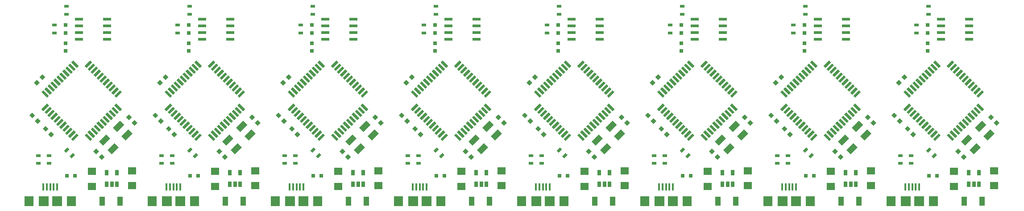
<source format=gtp>
G04 #@! TF.FileFunction,Paste,Top*
%FSLAX46Y46*%
G04 Gerber Fmt 4.6, Leading zero omitted, Abs format (unit mm)*
G04 Created by KiCad (PCBNEW 4.0.6) date 11/21/17 13:37:13*
%MOMM*%
%LPD*%
G01*
G04 APERTURE LIST*
%ADD10C,0.100000*%
%ADD11R,0.900000X0.500000*%
%ADD12R,1.550000X0.600000*%
%ADD13R,0.750000X0.800000*%
%ADD14R,0.650000X1.060000*%
%ADD15R,1.597660X1.399540*%
%ADD16R,0.998220X1.798320*%
%ADD17R,0.347980X1.399540*%
%ADD18R,1.798320X1.899920*%
%ADD19R,1.899920X1.899920*%
%ADD20R,0.800000X0.750000*%
G04 APERTURE END LIST*
D10*
D11*
X231030551Y-80875689D03*
X231030551Y-79375689D03*
X207662551Y-80875689D03*
X207662551Y-79375689D03*
X184294551Y-80875689D03*
X184294551Y-79375689D03*
X160926551Y-80875689D03*
X160926551Y-79375689D03*
X137558551Y-80875689D03*
X137558551Y-79375689D03*
X114190551Y-80875689D03*
X114190551Y-79375689D03*
X90822551Y-80875689D03*
X90822551Y-79375689D03*
X67454551Y-80875689D03*
X67454551Y-79375689D03*
X233316551Y-77319689D03*
X233316551Y-75819689D03*
X209948551Y-77319689D03*
X209948551Y-75819689D03*
X186580551Y-77319689D03*
X186580551Y-75819689D03*
X163212551Y-77319689D03*
X163212551Y-75819689D03*
X139844551Y-77319689D03*
X139844551Y-75819689D03*
X116476551Y-77319689D03*
X116476551Y-75819689D03*
X93108551Y-77319689D03*
X93108551Y-75819689D03*
X69740551Y-77319689D03*
X69740551Y-75819689D03*
D12*
X235696551Y-78220689D03*
X235696551Y-79490689D03*
X235696551Y-80760689D03*
X235696551Y-82030689D03*
X241096551Y-82030689D03*
X241096551Y-80760689D03*
X241096551Y-79490689D03*
X241096551Y-78220689D03*
X212328551Y-78220689D03*
X212328551Y-79490689D03*
X212328551Y-80760689D03*
X212328551Y-82030689D03*
X217728551Y-82030689D03*
X217728551Y-80760689D03*
X217728551Y-79490689D03*
X217728551Y-78220689D03*
X188960551Y-78220689D03*
X188960551Y-79490689D03*
X188960551Y-80760689D03*
X188960551Y-82030689D03*
X194360551Y-82030689D03*
X194360551Y-80760689D03*
X194360551Y-79490689D03*
X194360551Y-78220689D03*
X165592551Y-78220689D03*
X165592551Y-79490689D03*
X165592551Y-80760689D03*
X165592551Y-82030689D03*
X170992551Y-82030689D03*
X170992551Y-80760689D03*
X170992551Y-79490689D03*
X170992551Y-78220689D03*
X142224551Y-78220689D03*
X142224551Y-79490689D03*
X142224551Y-80760689D03*
X142224551Y-82030689D03*
X147624551Y-82030689D03*
X147624551Y-80760689D03*
X147624551Y-79490689D03*
X147624551Y-78220689D03*
X118856551Y-78220689D03*
X118856551Y-79490689D03*
X118856551Y-80760689D03*
X118856551Y-82030689D03*
X124256551Y-82030689D03*
X124256551Y-80760689D03*
X124256551Y-79490689D03*
X124256551Y-78220689D03*
X95488551Y-78220689D03*
X95488551Y-79490689D03*
X95488551Y-80760689D03*
X95488551Y-82030689D03*
X100888551Y-82030689D03*
X100888551Y-80760689D03*
X100888551Y-79490689D03*
X100888551Y-78220689D03*
X72120551Y-78220689D03*
X72120551Y-79490689D03*
X72120551Y-80760689D03*
X72120551Y-82030689D03*
X77520551Y-82030689D03*
X77520551Y-80760689D03*
X77520551Y-79490689D03*
X77520551Y-78220689D03*
D13*
X233189551Y-84292689D03*
X233189551Y-82792689D03*
X209821551Y-84292689D03*
X209821551Y-82792689D03*
X186453551Y-84292689D03*
X186453551Y-82792689D03*
X163085551Y-84292689D03*
X163085551Y-82792689D03*
X139717551Y-84292689D03*
X139717551Y-82792689D03*
X116349551Y-84292689D03*
X116349551Y-82792689D03*
X92981551Y-84292689D03*
X92981551Y-82792689D03*
X69613551Y-84292689D03*
X69613551Y-82792689D03*
X233189551Y-80875689D03*
X233189551Y-79375689D03*
X209821551Y-80875689D03*
X209821551Y-79375689D03*
X186453551Y-80875689D03*
X186453551Y-79375689D03*
X163085551Y-80875689D03*
X163085551Y-79375689D03*
X139717551Y-80875689D03*
X139717551Y-79375689D03*
X116349551Y-80875689D03*
X116349551Y-79375689D03*
X92981551Y-80875689D03*
X92981551Y-79375689D03*
X69613551Y-80875689D03*
X69613551Y-79375689D03*
D10*
G36*
X243493139Y-97519781D02*
X244270829Y-98297471D01*
X242927383Y-99640917D01*
X242149693Y-98863227D01*
X243493139Y-97519781D01*
X243493139Y-97519781D01*
G37*
G36*
X240878089Y-100134831D02*
X241655779Y-100912521D01*
X240312333Y-102255967D01*
X239534643Y-101478277D01*
X240878089Y-100134831D01*
X240878089Y-100134831D01*
G37*
G36*
X242501719Y-101758461D02*
X243279409Y-102536151D01*
X241935963Y-103879597D01*
X241158273Y-103101907D01*
X242501719Y-101758461D01*
X242501719Y-101758461D01*
G37*
G36*
X245116769Y-99143411D02*
X245894459Y-99921101D01*
X244551013Y-101264547D01*
X243773323Y-100486857D01*
X245116769Y-99143411D01*
X245116769Y-99143411D01*
G37*
G36*
X220125139Y-97519781D02*
X220902829Y-98297471D01*
X219559383Y-99640917D01*
X218781693Y-98863227D01*
X220125139Y-97519781D01*
X220125139Y-97519781D01*
G37*
G36*
X217510089Y-100134831D02*
X218287779Y-100912521D01*
X216944333Y-102255967D01*
X216166643Y-101478277D01*
X217510089Y-100134831D01*
X217510089Y-100134831D01*
G37*
G36*
X219133719Y-101758461D02*
X219911409Y-102536151D01*
X218567963Y-103879597D01*
X217790273Y-103101907D01*
X219133719Y-101758461D01*
X219133719Y-101758461D01*
G37*
G36*
X221748769Y-99143411D02*
X222526459Y-99921101D01*
X221183013Y-101264547D01*
X220405323Y-100486857D01*
X221748769Y-99143411D01*
X221748769Y-99143411D01*
G37*
G36*
X196757139Y-97519781D02*
X197534829Y-98297471D01*
X196191383Y-99640917D01*
X195413693Y-98863227D01*
X196757139Y-97519781D01*
X196757139Y-97519781D01*
G37*
G36*
X194142089Y-100134831D02*
X194919779Y-100912521D01*
X193576333Y-102255967D01*
X192798643Y-101478277D01*
X194142089Y-100134831D01*
X194142089Y-100134831D01*
G37*
G36*
X195765719Y-101758461D02*
X196543409Y-102536151D01*
X195199963Y-103879597D01*
X194422273Y-103101907D01*
X195765719Y-101758461D01*
X195765719Y-101758461D01*
G37*
G36*
X198380769Y-99143411D02*
X199158459Y-99921101D01*
X197815013Y-101264547D01*
X197037323Y-100486857D01*
X198380769Y-99143411D01*
X198380769Y-99143411D01*
G37*
G36*
X173389139Y-97519781D02*
X174166829Y-98297471D01*
X172823383Y-99640917D01*
X172045693Y-98863227D01*
X173389139Y-97519781D01*
X173389139Y-97519781D01*
G37*
G36*
X170774089Y-100134831D02*
X171551779Y-100912521D01*
X170208333Y-102255967D01*
X169430643Y-101478277D01*
X170774089Y-100134831D01*
X170774089Y-100134831D01*
G37*
G36*
X172397719Y-101758461D02*
X173175409Y-102536151D01*
X171831963Y-103879597D01*
X171054273Y-103101907D01*
X172397719Y-101758461D01*
X172397719Y-101758461D01*
G37*
G36*
X175012769Y-99143411D02*
X175790459Y-99921101D01*
X174447013Y-101264547D01*
X173669323Y-100486857D01*
X175012769Y-99143411D01*
X175012769Y-99143411D01*
G37*
G36*
X150021139Y-97519781D02*
X150798829Y-98297471D01*
X149455383Y-99640917D01*
X148677693Y-98863227D01*
X150021139Y-97519781D01*
X150021139Y-97519781D01*
G37*
G36*
X147406089Y-100134831D02*
X148183779Y-100912521D01*
X146840333Y-102255967D01*
X146062643Y-101478277D01*
X147406089Y-100134831D01*
X147406089Y-100134831D01*
G37*
G36*
X149029719Y-101758461D02*
X149807409Y-102536151D01*
X148463963Y-103879597D01*
X147686273Y-103101907D01*
X149029719Y-101758461D01*
X149029719Y-101758461D01*
G37*
G36*
X151644769Y-99143411D02*
X152422459Y-99921101D01*
X151079013Y-101264547D01*
X150301323Y-100486857D01*
X151644769Y-99143411D01*
X151644769Y-99143411D01*
G37*
G36*
X126653139Y-97519781D02*
X127430829Y-98297471D01*
X126087383Y-99640917D01*
X125309693Y-98863227D01*
X126653139Y-97519781D01*
X126653139Y-97519781D01*
G37*
G36*
X124038089Y-100134831D02*
X124815779Y-100912521D01*
X123472333Y-102255967D01*
X122694643Y-101478277D01*
X124038089Y-100134831D01*
X124038089Y-100134831D01*
G37*
G36*
X125661719Y-101758461D02*
X126439409Y-102536151D01*
X125095963Y-103879597D01*
X124318273Y-103101907D01*
X125661719Y-101758461D01*
X125661719Y-101758461D01*
G37*
G36*
X128276769Y-99143411D02*
X129054459Y-99921101D01*
X127711013Y-101264547D01*
X126933323Y-100486857D01*
X128276769Y-99143411D01*
X128276769Y-99143411D01*
G37*
G36*
X103285139Y-97519781D02*
X104062829Y-98297471D01*
X102719383Y-99640917D01*
X101941693Y-98863227D01*
X103285139Y-97519781D01*
X103285139Y-97519781D01*
G37*
G36*
X100670089Y-100134831D02*
X101447779Y-100912521D01*
X100104333Y-102255967D01*
X99326643Y-101478277D01*
X100670089Y-100134831D01*
X100670089Y-100134831D01*
G37*
G36*
X102293719Y-101758461D02*
X103071409Y-102536151D01*
X101727963Y-103879597D01*
X100950273Y-103101907D01*
X102293719Y-101758461D01*
X102293719Y-101758461D01*
G37*
G36*
X104908769Y-99143411D02*
X105686459Y-99921101D01*
X104343013Y-101264547D01*
X103565323Y-100486857D01*
X104908769Y-99143411D01*
X104908769Y-99143411D01*
G37*
G36*
X79917139Y-97519781D02*
X80694829Y-98297471D01*
X79351383Y-99640917D01*
X78573693Y-98863227D01*
X79917139Y-97519781D01*
X79917139Y-97519781D01*
G37*
G36*
X77302089Y-100134831D02*
X78079779Y-100912521D01*
X76736333Y-102255967D01*
X75958643Y-101478277D01*
X77302089Y-100134831D01*
X77302089Y-100134831D01*
G37*
G36*
X78925719Y-101758461D02*
X79703409Y-102536151D01*
X78359963Y-103879597D01*
X77582273Y-103101907D01*
X78925719Y-101758461D01*
X78925719Y-101758461D01*
G37*
G36*
X81540769Y-99143411D02*
X82318459Y-99921101D01*
X80975013Y-101264547D01*
X80197323Y-100486857D01*
X81540769Y-99143411D01*
X81540769Y-99143411D01*
G37*
G36*
X232926246Y-103231780D02*
X233562642Y-102595384D01*
X233916196Y-102948938D01*
X233279800Y-103585334D01*
X232926246Y-103231780D01*
X232926246Y-103231780D01*
G37*
G36*
X233986906Y-104292440D02*
X234623302Y-103656044D01*
X234976856Y-104009598D01*
X234340460Y-104645994D01*
X233986906Y-104292440D01*
X233986906Y-104292440D01*
G37*
G36*
X209558246Y-103231780D02*
X210194642Y-102595384D01*
X210548196Y-102948938D01*
X209911800Y-103585334D01*
X209558246Y-103231780D01*
X209558246Y-103231780D01*
G37*
G36*
X210618906Y-104292440D02*
X211255302Y-103656044D01*
X211608856Y-104009598D01*
X210972460Y-104645994D01*
X210618906Y-104292440D01*
X210618906Y-104292440D01*
G37*
G36*
X186190246Y-103231780D02*
X186826642Y-102595384D01*
X187180196Y-102948938D01*
X186543800Y-103585334D01*
X186190246Y-103231780D01*
X186190246Y-103231780D01*
G37*
G36*
X187250906Y-104292440D02*
X187887302Y-103656044D01*
X188240856Y-104009598D01*
X187604460Y-104645994D01*
X187250906Y-104292440D01*
X187250906Y-104292440D01*
G37*
G36*
X162822246Y-103231780D02*
X163458642Y-102595384D01*
X163812196Y-102948938D01*
X163175800Y-103585334D01*
X162822246Y-103231780D01*
X162822246Y-103231780D01*
G37*
G36*
X163882906Y-104292440D02*
X164519302Y-103656044D01*
X164872856Y-104009598D01*
X164236460Y-104645994D01*
X163882906Y-104292440D01*
X163882906Y-104292440D01*
G37*
G36*
X139454246Y-103231780D02*
X140090642Y-102595384D01*
X140444196Y-102948938D01*
X139807800Y-103585334D01*
X139454246Y-103231780D01*
X139454246Y-103231780D01*
G37*
G36*
X140514906Y-104292440D02*
X141151302Y-103656044D01*
X141504856Y-104009598D01*
X140868460Y-104645994D01*
X140514906Y-104292440D01*
X140514906Y-104292440D01*
G37*
G36*
X116086246Y-103231780D02*
X116722642Y-102595384D01*
X117076196Y-102948938D01*
X116439800Y-103585334D01*
X116086246Y-103231780D01*
X116086246Y-103231780D01*
G37*
G36*
X117146906Y-104292440D02*
X117783302Y-103656044D01*
X118136856Y-104009598D01*
X117500460Y-104645994D01*
X117146906Y-104292440D01*
X117146906Y-104292440D01*
G37*
G36*
X92718246Y-103231780D02*
X93354642Y-102595384D01*
X93708196Y-102948938D01*
X93071800Y-103585334D01*
X92718246Y-103231780D01*
X92718246Y-103231780D01*
G37*
G36*
X93778906Y-104292440D02*
X94415302Y-103656044D01*
X94768856Y-104009598D01*
X94132460Y-104645994D01*
X93778906Y-104292440D01*
X93778906Y-104292440D01*
G37*
G36*
X69350246Y-103231780D02*
X69986642Y-102595384D01*
X70340196Y-102948938D01*
X69703800Y-103585334D01*
X69350246Y-103231780D01*
X69350246Y-103231780D01*
G37*
G36*
X70410906Y-104292440D02*
X71047302Y-103656044D01*
X71400856Y-104009598D01*
X70764460Y-104645994D01*
X70410906Y-104292440D01*
X70410906Y-104292440D01*
G37*
G36*
X239557229Y-103362037D02*
X239026899Y-103892367D01*
X238461213Y-103326681D01*
X238991543Y-102796351D01*
X239557229Y-103362037D01*
X239557229Y-103362037D01*
G37*
G36*
X240617889Y-104422697D02*
X240087559Y-104953027D01*
X239521873Y-104387341D01*
X240052203Y-103857011D01*
X240617889Y-104422697D01*
X240617889Y-104422697D01*
G37*
G36*
X216189229Y-103362037D02*
X215658899Y-103892367D01*
X215093213Y-103326681D01*
X215623543Y-102796351D01*
X216189229Y-103362037D01*
X216189229Y-103362037D01*
G37*
G36*
X217249889Y-104422697D02*
X216719559Y-104953027D01*
X216153873Y-104387341D01*
X216684203Y-103857011D01*
X217249889Y-104422697D01*
X217249889Y-104422697D01*
G37*
G36*
X192821229Y-103362037D02*
X192290899Y-103892367D01*
X191725213Y-103326681D01*
X192255543Y-102796351D01*
X192821229Y-103362037D01*
X192821229Y-103362037D01*
G37*
G36*
X193881889Y-104422697D02*
X193351559Y-104953027D01*
X192785873Y-104387341D01*
X193316203Y-103857011D01*
X193881889Y-104422697D01*
X193881889Y-104422697D01*
G37*
G36*
X169453229Y-103362037D02*
X168922899Y-103892367D01*
X168357213Y-103326681D01*
X168887543Y-102796351D01*
X169453229Y-103362037D01*
X169453229Y-103362037D01*
G37*
G36*
X170513889Y-104422697D02*
X169983559Y-104953027D01*
X169417873Y-104387341D01*
X169948203Y-103857011D01*
X170513889Y-104422697D01*
X170513889Y-104422697D01*
G37*
G36*
X146085229Y-103362037D02*
X145554899Y-103892367D01*
X144989213Y-103326681D01*
X145519543Y-102796351D01*
X146085229Y-103362037D01*
X146085229Y-103362037D01*
G37*
G36*
X147145889Y-104422697D02*
X146615559Y-104953027D01*
X146049873Y-104387341D01*
X146580203Y-103857011D01*
X147145889Y-104422697D01*
X147145889Y-104422697D01*
G37*
G36*
X122717229Y-103362037D02*
X122186899Y-103892367D01*
X121621213Y-103326681D01*
X122151543Y-102796351D01*
X122717229Y-103362037D01*
X122717229Y-103362037D01*
G37*
G36*
X123777889Y-104422697D02*
X123247559Y-104953027D01*
X122681873Y-104387341D01*
X123212203Y-103857011D01*
X123777889Y-104422697D01*
X123777889Y-104422697D01*
G37*
G36*
X99349229Y-103362037D02*
X98818899Y-103892367D01*
X98253213Y-103326681D01*
X98783543Y-102796351D01*
X99349229Y-103362037D01*
X99349229Y-103362037D01*
G37*
G36*
X100409889Y-104422697D02*
X99879559Y-104953027D01*
X99313873Y-104387341D01*
X99844203Y-103857011D01*
X100409889Y-104422697D01*
X100409889Y-104422697D01*
G37*
G36*
X75981229Y-103362037D02*
X75450899Y-103892367D01*
X74885213Y-103326681D01*
X75415543Y-102796351D01*
X75981229Y-103362037D01*
X75981229Y-103362037D01*
G37*
G36*
X77041889Y-104422697D02*
X76511559Y-104953027D01*
X75945873Y-104387341D01*
X76476203Y-103857011D01*
X77041889Y-104422697D01*
X77041889Y-104422697D01*
G37*
G36*
X245744873Y-97910341D02*
X246275203Y-97380011D01*
X246840889Y-97945697D01*
X246310559Y-98476027D01*
X245744873Y-97910341D01*
X245744873Y-97910341D01*
G37*
G36*
X244684213Y-96849681D02*
X245214543Y-96319351D01*
X245780229Y-96885037D01*
X245249899Y-97415367D01*
X244684213Y-96849681D01*
X244684213Y-96849681D01*
G37*
G36*
X222376873Y-97910341D02*
X222907203Y-97380011D01*
X223472889Y-97945697D01*
X222942559Y-98476027D01*
X222376873Y-97910341D01*
X222376873Y-97910341D01*
G37*
G36*
X221316213Y-96849681D02*
X221846543Y-96319351D01*
X222412229Y-96885037D01*
X221881899Y-97415367D01*
X221316213Y-96849681D01*
X221316213Y-96849681D01*
G37*
G36*
X199008873Y-97910341D02*
X199539203Y-97380011D01*
X200104889Y-97945697D01*
X199574559Y-98476027D01*
X199008873Y-97910341D01*
X199008873Y-97910341D01*
G37*
G36*
X197948213Y-96849681D02*
X198478543Y-96319351D01*
X199044229Y-96885037D01*
X198513899Y-97415367D01*
X197948213Y-96849681D01*
X197948213Y-96849681D01*
G37*
G36*
X175640873Y-97910341D02*
X176171203Y-97380011D01*
X176736889Y-97945697D01*
X176206559Y-98476027D01*
X175640873Y-97910341D01*
X175640873Y-97910341D01*
G37*
G36*
X174580213Y-96849681D02*
X175110543Y-96319351D01*
X175676229Y-96885037D01*
X175145899Y-97415367D01*
X174580213Y-96849681D01*
X174580213Y-96849681D01*
G37*
G36*
X152272873Y-97910341D02*
X152803203Y-97380011D01*
X153368889Y-97945697D01*
X152838559Y-98476027D01*
X152272873Y-97910341D01*
X152272873Y-97910341D01*
G37*
G36*
X151212213Y-96849681D02*
X151742543Y-96319351D01*
X152308229Y-96885037D01*
X151777899Y-97415367D01*
X151212213Y-96849681D01*
X151212213Y-96849681D01*
G37*
G36*
X128904873Y-97910341D02*
X129435203Y-97380011D01*
X130000889Y-97945697D01*
X129470559Y-98476027D01*
X128904873Y-97910341D01*
X128904873Y-97910341D01*
G37*
G36*
X127844213Y-96849681D02*
X128374543Y-96319351D01*
X128940229Y-96885037D01*
X128409899Y-97415367D01*
X127844213Y-96849681D01*
X127844213Y-96849681D01*
G37*
G36*
X105536873Y-97910341D02*
X106067203Y-97380011D01*
X106632889Y-97945697D01*
X106102559Y-98476027D01*
X105536873Y-97910341D01*
X105536873Y-97910341D01*
G37*
G36*
X104476213Y-96849681D02*
X105006543Y-96319351D01*
X105572229Y-96885037D01*
X105041899Y-97415367D01*
X104476213Y-96849681D01*
X104476213Y-96849681D01*
G37*
G36*
X82168873Y-97910341D02*
X82699203Y-97380011D01*
X83264889Y-97945697D01*
X82734559Y-98476027D01*
X82168873Y-97910341D01*
X82168873Y-97910341D01*
G37*
G36*
X81108213Y-96849681D02*
X81638543Y-96319351D01*
X82204229Y-96885037D01*
X81673899Y-97415367D01*
X81108213Y-96849681D01*
X81108213Y-96849681D01*
G37*
G36*
X227723899Y-89760011D02*
X228254229Y-90290341D01*
X227688543Y-90856027D01*
X227158213Y-90325697D01*
X227723899Y-89760011D01*
X227723899Y-89760011D01*
G37*
G36*
X228784559Y-88699351D02*
X229314889Y-89229681D01*
X228749203Y-89795367D01*
X228218873Y-89265037D01*
X228784559Y-88699351D01*
X228784559Y-88699351D01*
G37*
G36*
X204355899Y-89760011D02*
X204886229Y-90290341D01*
X204320543Y-90856027D01*
X203790213Y-90325697D01*
X204355899Y-89760011D01*
X204355899Y-89760011D01*
G37*
G36*
X205416559Y-88699351D02*
X205946889Y-89229681D01*
X205381203Y-89795367D01*
X204850873Y-89265037D01*
X205416559Y-88699351D01*
X205416559Y-88699351D01*
G37*
G36*
X180987899Y-89760011D02*
X181518229Y-90290341D01*
X180952543Y-90856027D01*
X180422213Y-90325697D01*
X180987899Y-89760011D01*
X180987899Y-89760011D01*
G37*
G36*
X182048559Y-88699351D02*
X182578889Y-89229681D01*
X182013203Y-89795367D01*
X181482873Y-89265037D01*
X182048559Y-88699351D01*
X182048559Y-88699351D01*
G37*
G36*
X157619899Y-89760011D02*
X158150229Y-90290341D01*
X157584543Y-90856027D01*
X157054213Y-90325697D01*
X157619899Y-89760011D01*
X157619899Y-89760011D01*
G37*
G36*
X158680559Y-88699351D02*
X159210889Y-89229681D01*
X158645203Y-89795367D01*
X158114873Y-89265037D01*
X158680559Y-88699351D01*
X158680559Y-88699351D01*
G37*
G36*
X134251899Y-89760011D02*
X134782229Y-90290341D01*
X134216543Y-90856027D01*
X133686213Y-90325697D01*
X134251899Y-89760011D01*
X134251899Y-89760011D01*
G37*
G36*
X135312559Y-88699351D02*
X135842889Y-89229681D01*
X135277203Y-89795367D01*
X134746873Y-89265037D01*
X135312559Y-88699351D01*
X135312559Y-88699351D01*
G37*
G36*
X110883899Y-89760011D02*
X111414229Y-90290341D01*
X110848543Y-90856027D01*
X110318213Y-90325697D01*
X110883899Y-89760011D01*
X110883899Y-89760011D01*
G37*
G36*
X111944559Y-88699351D02*
X112474889Y-89229681D01*
X111909203Y-89795367D01*
X111378873Y-89265037D01*
X111944559Y-88699351D01*
X111944559Y-88699351D01*
G37*
G36*
X87515899Y-89760011D02*
X88046229Y-90290341D01*
X87480543Y-90856027D01*
X86950213Y-90325697D01*
X87515899Y-89760011D01*
X87515899Y-89760011D01*
G37*
G36*
X88576559Y-88699351D02*
X89106889Y-89229681D01*
X88541203Y-89795367D01*
X88010873Y-89265037D01*
X88576559Y-88699351D01*
X88576559Y-88699351D01*
G37*
G36*
X64147899Y-89760011D02*
X64678229Y-90290341D01*
X64112543Y-90856027D01*
X63582213Y-90325697D01*
X64147899Y-89760011D01*
X64147899Y-89760011D01*
G37*
G36*
X65208559Y-88699351D02*
X65738889Y-89229681D01*
X65173203Y-89795367D01*
X64642873Y-89265037D01*
X65208559Y-88699351D01*
X65208559Y-88699351D01*
G37*
G36*
X227352203Y-97551671D02*
X227882533Y-97021341D01*
X228448219Y-97587027D01*
X227917889Y-98117357D01*
X227352203Y-97551671D01*
X227352203Y-97551671D01*
G37*
G36*
X226291543Y-96491011D02*
X226821873Y-95960681D01*
X227387559Y-96526367D01*
X226857229Y-97056697D01*
X226291543Y-96491011D01*
X226291543Y-96491011D01*
G37*
G36*
X203984203Y-97551671D02*
X204514533Y-97021341D01*
X205080219Y-97587027D01*
X204549889Y-98117357D01*
X203984203Y-97551671D01*
X203984203Y-97551671D01*
G37*
G36*
X202923543Y-96491011D02*
X203453873Y-95960681D01*
X204019559Y-96526367D01*
X203489229Y-97056697D01*
X202923543Y-96491011D01*
X202923543Y-96491011D01*
G37*
G36*
X180616203Y-97551671D02*
X181146533Y-97021341D01*
X181712219Y-97587027D01*
X181181889Y-98117357D01*
X180616203Y-97551671D01*
X180616203Y-97551671D01*
G37*
G36*
X179555543Y-96491011D02*
X180085873Y-95960681D01*
X180651559Y-96526367D01*
X180121229Y-97056697D01*
X179555543Y-96491011D01*
X179555543Y-96491011D01*
G37*
G36*
X157248203Y-97551671D02*
X157778533Y-97021341D01*
X158344219Y-97587027D01*
X157813889Y-98117357D01*
X157248203Y-97551671D01*
X157248203Y-97551671D01*
G37*
G36*
X156187543Y-96491011D02*
X156717873Y-95960681D01*
X157283559Y-96526367D01*
X156753229Y-97056697D01*
X156187543Y-96491011D01*
X156187543Y-96491011D01*
G37*
G36*
X133880203Y-97551671D02*
X134410533Y-97021341D01*
X134976219Y-97587027D01*
X134445889Y-98117357D01*
X133880203Y-97551671D01*
X133880203Y-97551671D01*
G37*
G36*
X132819543Y-96491011D02*
X133349873Y-95960681D01*
X133915559Y-96526367D01*
X133385229Y-97056697D01*
X132819543Y-96491011D01*
X132819543Y-96491011D01*
G37*
G36*
X110512203Y-97551671D02*
X111042533Y-97021341D01*
X111608219Y-97587027D01*
X111077889Y-98117357D01*
X110512203Y-97551671D01*
X110512203Y-97551671D01*
G37*
G36*
X109451543Y-96491011D02*
X109981873Y-95960681D01*
X110547559Y-96526367D01*
X110017229Y-97056697D01*
X109451543Y-96491011D01*
X109451543Y-96491011D01*
G37*
G36*
X87144203Y-97551671D02*
X87674533Y-97021341D01*
X88240219Y-97587027D01*
X87709889Y-98117357D01*
X87144203Y-97551671D01*
X87144203Y-97551671D01*
G37*
G36*
X86083543Y-96491011D02*
X86613873Y-95960681D01*
X87179559Y-96526367D01*
X86649229Y-97056697D01*
X86083543Y-96491011D01*
X86083543Y-96491011D01*
G37*
G36*
X63776203Y-97551671D02*
X64306533Y-97021341D01*
X64872219Y-97587027D01*
X64341889Y-98117357D01*
X63776203Y-97551671D01*
X63776203Y-97551671D01*
G37*
G36*
X62715543Y-96491011D02*
X63245873Y-95960681D01*
X63811559Y-96526367D01*
X63281229Y-97056697D01*
X62715543Y-96491011D01*
X62715543Y-96491011D01*
G37*
G36*
X228956359Y-95693937D02*
X228604333Y-95341911D01*
X229664003Y-94282241D01*
X230016029Y-94634267D01*
X228956359Y-95693937D01*
X228956359Y-95693937D01*
G37*
G36*
X229522116Y-96259693D02*
X229170090Y-95907667D01*
X230229760Y-94847997D01*
X230581786Y-95200023D01*
X229522116Y-96259693D01*
X229522116Y-96259693D01*
G37*
G36*
X230087872Y-96825450D02*
X229735846Y-96473424D01*
X230795516Y-95413754D01*
X231147542Y-95765780D01*
X230087872Y-96825450D01*
X230087872Y-96825450D01*
G37*
G36*
X230653628Y-97391206D02*
X230301602Y-97039180D01*
X231361272Y-95979510D01*
X231713298Y-96331536D01*
X230653628Y-97391206D01*
X230653628Y-97391206D01*
G37*
G36*
X231219384Y-97956962D02*
X230867358Y-97604936D01*
X231927028Y-96545266D01*
X232279054Y-96897292D01*
X231219384Y-97956962D01*
X231219384Y-97956962D01*
G37*
G36*
X231783344Y-98520922D02*
X231431318Y-98168896D01*
X232490988Y-97109226D01*
X232843014Y-97461252D01*
X231783344Y-98520922D01*
X231783344Y-98520922D01*
G37*
G36*
X232347304Y-99084882D02*
X231995278Y-98732856D01*
X233054948Y-97673186D01*
X233406974Y-98025212D01*
X232347304Y-99084882D01*
X232347304Y-99084882D01*
G37*
G36*
X232913060Y-99650638D02*
X232561034Y-99298612D01*
X233620704Y-98238942D01*
X233972730Y-98590968D01*
X232913060Y-99650638D01*
X232913060Y-99650638D01*
G37*
G36*
X233478816Y-100216394D02*
X233126790Y-99864368D01*
X234186460Y-98804698D01*
X234538486Y-99156724D01*
X233478816Y-100216394D01*
X233478816Y-100216394D01*
G37*
G36*
X234044573Y-100782150D02*
X233692547Y-100430124D01*
X234752217Y-99370454D01*
X235104243Y-99722480D01*
X234044573Y-100782150D01*
X234044573Y-100782150D01*
G37*
G36*
X234610329Y-101347907D02*
X234258303Y-100995881D01*
X235317973Y-99936211D01*
X235669999Y-100288237D01*
X234610329Y-101347907D01*
X234610329Y-101347907D01*
G37*
G36*
X237864773Y-101347907D02*
X236805103Y-100288237D01*
X237157129Y-99936211D01*
X238216799Y-100995881D01*
X237864773Y-101347907D01*
X237864773Y-101347907D01*
G37*
G36*
X238430529Y-100782150D02*
X237370859Y-99722480D01*
X237722885Y-99370454D01*
X238782555Y-100430124D01*
X238430529Y-100782150D01*
X238430529Y-100782150D01*
G37*
G36*
X238996286Y-100216394D02*
X237936616Y-99156724D01*
X238288642Y-98804698D01*
X239348312Y-99864368D01*
X238996286Y-100216394D01*
X238996286Y-100216394D01*
G37*
G36*
X239562042Y-99650638D02*
X238502372Y-98590968D01*
X238854398Y-98238942D01*
X239914068Y-99298612D01*
X239562042Y-99650638D01*
X239562042Y-99650638D01*
G37*
G36*
X240127798Y-99084882D02*
X239068128Y-98025212D01*
X239420154Y-97673186D01*
X240479824Y-98732856D01*
X240127798Y-99084882D01*
X240127798Y-99084882D01*
G37*
G36*
X240691758Y-98520922D02*
X239632088Y-97461252D01*
X239984114Y-97109226D01*
X241043784Y-98168896D01*
X240691758Y-98520922D01*
X240691758Y-98520922D01*
G37*
G36*
X241255718Y-97956962D02*
X240196048Y-96897292D01*
X240548074Y-96545266D01*
X241607744Y-97604936D01*
X241255718Y-97956962D01*
X241255718Y-97956962D01*
G37*
G36*
X241821474Y-97391206D02*
X240761804Y-96331536D01*
X241113830Y-95979510D01*
X242173500Y-97039180D01*
X241821474Y-97391206D01*
X241821474Y-97391206D01*
G37*
G36*
X242387230Y-96825450D02*
X241327560Y-95765780D01*
X241679586Y-95413754D01*
X242739256Y-96473424D01*
X242387230Y-96825450D01*
X242387230Y-96825450D01*
G37*
G36*
X242952986Y-96259693D02*
X241893316Y-95200023D01*
X242245342Y-94847997D01*
X243305012Y-95907667D01*
X242952986Y-96259693D01*
X242952986Y-96259693D01*
G37*
G36*
X243518743Y-95693937D02*
X242459073Y-94634267D01*
X242811099Y-94282241D01*
X243870769Y-95341911D01*
X243518743Y-95693937D01*
X243518743Y-95693937D01*
G37*
G36*
X242811099Y-93147137D02*
X242459073Y-92795111D01*
X243518743Y-91735441D01*
X243870769Y-92087467D01*
X242811099Y-93147137D01*
X242811099Y-93147137D01*
G37*
G36*
X242245342Y-92581381D02*
X241893316Y-92229355D01*
X242952986Y-91169685D01*
X243305012Y-91521711D01*
X242245342Y-92581381D01*
X242245342Y-92581381D01*
G37*
G36*
X241679586Y-92015624D02*
X241327560Y-91663598D01*
X242387230Y-90603928D01*
X242739256Y-90955954D01*
X241679586Y-92015624D01*
X241679586Y-92015624D01*
G37*
G36*
X241113830Y-91449868D02*
X240761804Y-91097842D01*
X241821474Y-90038172D01*
X242173500Y-90390198D01*
X241113830Y-91449868D01*
X241113830Y-91449868D01*
G37*
G36*
X240548074Y-90884112D02*
X240196048Y-90532086D01*
X241255718Y-89472416D01*
X241607744Y-89824442D01*
X240548074Y-90884112D01*
X240548074Y-90884112D01*
G37*
G36*
X239984114Y-90320152D02*
X239632088Y-89968126D01*
X240691758Y-88908456D01*
X241043784Y-89260482D01*
X239984114Y-90320152D01*
X239984114Y-90320152D01*
G37*
G36*
X239420154Y-89756192D02*
X239068128Y-89404166D01*
X240127798Y-88344496D01*
X240479824Y-88696522D01*
X239420154Y-89756192D01*
X239420154Y-89756192D01*
G37*
G36*
X238854398Y-89190436D02*
X238502372Y-88838410D01*
X239562042Y-87778740D01*
X239914068Y-88130766D01*
X238854398Y-89190436D01*
X238854398Y-89190436D01*
G37*
G36*
X238288642Y-88624680D02*
X237936616Y-88272654D01*
X238996286Y-87212984D01*
X239348312Y-87565010D01*
X238288642Y-88624680D01*
X238288642Y-88624680D01*
G37*
G36*
X237722885Y-88058924D02*
X237370859Y-87706898D01*
X238430529Y-86647228D01*
X238782555Y-86999254D01*
X237722885Y-88058924D01*
X237722885Y-88058924D01*
G37*
G36*
X237157129Y-87493167D02*
X236805103Y-87141141D01*
X237864773Y-86081471D01*
X238216799Y-86433497D01*
X237157129Y-87493167D01*
X237157129Y-87493167D01*
G37*
G36*
X235317973Y-87493167D02*
X234258303Y-86433497D01*
X234610329Y-86081471D01*
X235669999Y-87141141D01*
X235317973Y-87493167D01*
X235317973Y-87493167D01*
G37*
G36*
X234752217Y-88058924D02*
X233692547Y-86999254D01*
X234044573Y-86647228D01*
X235104243Y-87706898D01*
X234752217Y-88058924D01*
X234752217Y-88058924D01*
G37*
G36*
X234186460Y-88624680D02*
X233126790Y-87565010D01*
X233478816Y-87212984D01*
X234538486Y-88272654D01*
X234186460Y-88624680D01*
X234186460Y-88624680D01*
G37*
G36*
X233620704Y-89190436D02*
X232561034Y-88130766D01*
X232913060Y-87778740D01*
X233972730Y-88838410D01*
X233620704Y-89190436D01*
X233620704Y-89190436D01*
G37*
G36*
X233054948Y-89756192D02*
X231995278Y-88696522D01*
X232347304Y-88344496D01*
X233406974Y-89404166D01*
X233054948Y-89756192D01*
X233054948Y-89756192D01*
G37*
G36*
X232490988Y-90320152D02*
X231431318Y-89260482D01*
X231783344Y-88908456D01*
X232843014Y-89968126D01*
X232490988Y-90320152D01*
X232490988Y-90320152D01*
G37*
G36*
X231927028Y-90884112D02*
X230867358Y-89824442D01*
X231219384Y-89472416D01*
X232279054Y-90532086D01*
X231927028Y-90884112D01*
X231927028Y-90884112D01*
G37*
G36*
X231361272Y-91449868D02*
X230301602Y-90390198D01*
X230653628Y-90038172D01*
X231713298Y-91097842D01*
X231361272Y-91449868D01*
X231361272Y-91449868D01*
G37*
G36*
X230795516Y-92015624D02*
X229735846Y-90955954D01*
X230087872Y-90603928D01*
X231147542Y-91663598D01*
X230795516Y-92015624D01*
X230795516Y-92015624D01*
G37*
G36*
X230229760Y-92581381D02*
X229170090Y-91521711D01*
X229522116Y-91169685D01*
X230581786Y-92229355D01*
X230229760Y-92581381D01*
X230229760Y-92581381D01*
G37*
G36*
X229664003Y-93147137D02*
X228604333Y-92087467D01*
X228956359Y-91735441D01*
X230016029Y-92795111D01*
X229664003Y-93147137D01*
X229664003Y-93147137D01*
G37*
G36*
X205588359Y-95693937D02*
X205236333Y-95341911D01*
X206296003Y-94282241D01*
X206648029Y-94634267D01*
X205588359Y-95693937D01*
X205588359Y-95693937D01*
G37*
G36*
X206154116Y-96259693D02*
X205802090Y-95907667D01*
X206861760Y-94847997D01*
X207213786Y-95200023D01*
X206154116Y-96259693D01*
X206154116Y-96259693D01*
G37*
G36*
X206719872Y-96825450D02*
X206367846Y-96473424D01*
X207427516Y-95413754D01*
X207779542Y-95765780D01*
X206719872Y-96825450D01*
X206719872Y-96825450D01*
G37*
G36*
X207285628Y-97391206D02*
X206933602Y-97039180D01*
X207993272Y-95979510D01*
X208345298Y-96331536D01*
X207285628Y-97391206D01*
X207285628Y-97391206D01*
G37*
G36*
X207851384Y-97956962D02*
X207499358Y-97604936D01*
X208559028Y-96545266D01*
X208911054Y-96897292D01*
X207851384Y-97956962D01*
X207851384Y-97956962D01*
G37*
G36*
X208415344Y-98520922D02*
X208063318Y-98168896D01*
X209122988Y-97109226D01*
X209475014Y-97461252D01*
X208415344Y-98520922D01*
X208415344Y-98520922D01*
G37*
G36*
X208979304Y-99084882D02*
X208627278Y-98732856D01*
X209686948Y-97673186D01*
X210038974Y-98025212D01*
X208979304Y-99084882D01*
X208979304Y-99084882D01*
G37*
G36*
X209545060Y-99650638D02*
X209193034Y-99298612D01*
X210252704Y-98238942D01*
X210604730Y-98590968D01*
X209545060Y-99650638D01*
X209545060Y-99650638D01*
G37*
G36*
X210110816Y-100216394D02*
X209758790Y-99864368D01*
X210818460Y-98804698D01*
X211170486Y-99156724D01*
X210110816Y-100216394D01*
X210110816Y-100216394D01*
G37*
G36*
X210676573Y-100782150D02*
X210324547Y-100430124D01*
X211384217Y-99370454D01*
X211736243Y-99722480D01*
X210676573Y-100782150D01*
X210676573Y-100782150D01*
G37*
G36*
X211242329Y-101347907D02*
X210890303Y-100995881D01*
X211949973Y-99936211D01*
X212301999Y-100288237D01*
X211242329Y-101347907D01*
X211242329Y-101347907D01*
G37*
G36*
X214496773Y-101347907D02*
X213437103Y-100288237D01*
X213789129Y-99936211D01*
X214848799Y-100995881D01*
X214496773Y-101347907D01*
X214496773Y-101347907D01*
G37*
G36*
X215062529Y-100782150D02*
X214002859Y-99722480D01*
X214354885Y-99370454D01*
X215414555Y-100430124D01*
X215062529Y-100782150D01*
X215062529Y-100782150D01*
G37*
G36*
X215628286Y-100216394D02*
X214568616Y-99156724D01*
X214920642Y-98804698D01*
X215980312Y-99864368D01*
X215628286Y-100216394D01*
X215628286Y-100216394D01*
G37*
G36*
X216194042Y-99650638D02*
X215134372Y-98590968D01*
X215486398Y-98238942D01*
X216546068Y-99298612D01*
X216194042Y-99650638D01*
X216194042Y-99650638D01*
G37*
G36*
X216759798Y-99084882D02*
X215700128Y-98025212D01*
X216052154Y-97673186D01*
X217111824Y-98732856D01*
X216759798Y-99084882D01*
X216759798Y-99084882D01*
G37*
G36*
X217323758Y-98520922D02*
X216264088Y-97461252D01*
X216616114Y-97109226D01*
X217675784Y-98168896D01*
X217323758Y-98520922D01*
X217323758Y-98520922D01*
G37*
G36*
X217887718Y-97956962D02*
X216828048Y-96897292D01*
X217180074Y-96545266D01*
X218239744Y-97604936D01*
X217887718Y-97956962D01*
X217887718Y-97956962D01*
G37*
G36*
X218453474Y-97391206D02*
X217393804Y-96331536D01*
X217745830Y-95979510D01*
X218805500Y-97039180D01*
X218453474Y-97391206D01*
X218453474Y-97391206D01*
G37*
G36*
X219019230Y-96825450D02*
X217959560Y-95765780D01*
X218311586Y-95413754D01*
X219371256Y-96473424D01*
X219019230Y-96825450D01*
X219019230Y-96825450D01*
G37*
G36*
X219584986Y-96259693D02*
X218525316Y-95200023D01*
X218877342Y-94847997D01*
X219937012Y-95907667D01*
X219584986Y-96259693D01*
X219584986Y-96259693D01*
G37*
G36*
X220150743Y-95693937D02*
X219091073Y-94634267D01*
X219443099Y-94282241D01*
X220502769Y-95341911D01*
X220150743Y-95693937D01*
X220150743Y-95693937D01*
G37*
G36*
X219443099Y-93147137D02*
X219091073Y-92795111D01*
X220150743Y-91735441D01*
X220502769Y-92087467D01*
X219443099Y-93147137D01*
X219443099Y-93147137D01*
G37*
G36*
X218877342Y-92581381D02*
X218525316Y-92229355D01*
X219584986Y-91169685D01*
X219937012Y-91521711D01*
X218877342Y-92581381D01*
X218877342Y-92581381D01*
G37*
G36*
X218311586Y-92015624D02*
X217959560Y-91663598D01*
X219019230Y-90603928D01*
X219371256Y-90955954D01*
X218311586Y-92015624D01*
X218311586Y-92015624D01*
G37*
G36*
X217745830Y-91449868D02*
X217393804Y-91097842D01*
X218453474Y-90038172D01*
X218805500Y-90390198D01*
X217745830Y-91449868D01*
X217745830Y-91449868D01*
G37*
G36*
X217180074Y-90884112D02*
X216828048Y-90532086D01*
X217887718Y-89472416D01*
X218239744Y-89824442D01*
X217180074Y-90884112D01*
X217180074Y-90884112D01*
G37*
G36*
X216616114Y-90320152D02*
X216264088Y-89968126D01*
X217323758Y-88908456D01*
X217675784Y-89260482D01*
X216616114Y-90320152D01*
X216616114Y-90320152D01*
G37*
G36*
X216052154Y-89756192D02*
X215700128Y-89404166D01*
X216759798Y-88344496D01*
X217111824Y-88696522D01*
X216052154Y-89756192D01*
X216052154Y-89756192D01*
G37*
G36*
X215486398Y-89190436D02*
X215134372Y-88838410D01*
X216194042Y-87778740D01*
X216546068Y-88130766D01*
X215486398Y-89190436D01*
X215486398Y-89190436D01*
G37*
G36*
X214920642Y-88624680D02*
X214568616Y-88272654D01*
X215628286Y-87212984D01*
X215980312Y-87565010D01*
X214920642Y-88624680D01*
X214920642Y-88624680D01*
G37*
G36*
X214354885Y-88058924D02*
X214002859Y-87706898D01*
X215062529Y-86647228D01*
X215414555Y-86999254D01*
X214354885Y-88058924D01*
X214354885Y-88058924D01*
G37*
G36*
X213789129Y-87493167D02*
X213437103Y-87141141D01*
X214496773Y-86081471D01*
X214848799Y-86433497D01*
X213789129Y-87493167D01*
X213789129Y-87493167D01*
G37*
G36*
X211949973Y-87493167D02*
X210890303Y-86433497D01*
X211242329Y-86081471D01*
X212301999Y-87141141D01*
X211949973Y-87493167D01*
X211949973Y-87493167D01*
G37*
G36*
X211384217Y-88058924D02*
X210324547Y-86999254D01*
X210676573Y-86647228D01*
X211736243Y-87706898D01*
X211384217Y-88058924D01*
X211384217Y-88058924D01*
G37*
G36*
X210818460Y-88624680D02*
X209758790Y-87565010D01*
X210110816Y-87212984D01*
X211170486Y-88272654D01*
X210818460Y-88624680D01*
X210818460Y-88624680D01*
G37*
G36*
X210252704Y-89190436D02*
X209193034Y-88130766D01*
X209545060Y-87778740D01*
X210604730Y-88838410D01*
X210252704Y-89190436D01*
X210252704Y-89190436D01*
G37*
G36*
X209686948Y-89756192D02*
X208627278Y-88696522D01*
X208979304Y-88344496D01*
X210038974Y-89404166D01*
X209686948Y-89756192D01*
X209686948Y-89756192D01*
G37*
G36*
X209122988Y-90320152D02*
X208063318Y-89260482D01*
X208415344Y-88908456D01*
X209475014Y-89968126D01*
X209122988Y-90320152D01*
X209122988Y-90320152D01*
G37*
G36*
X208559028Y-90884112D02*
X207499358Y-89824442D01*
X207851384Y-89472416D01*
X208911054Y-90532086D01*
X208559028Y-90884112D01*
X208559028Y-90884112D01*
G37*
G36*
X207993272Y-91449868D02*
X206933602Y-90390198D01*
X207285628Y-90038172D01*
X208345298Y-91097842D01*
X207993272Y-91449868D01*
X207993272Y-91449868D01*
G37*
G36*
X207427516Y-92015624D02*
X206367846Y-90955954D01*
X206719872Y-90603928D01*
X207779542Y-91663598D01*
X207427516Y-92015624D01*
X207427516Y-92015624D01*
G37*
G36*
X206861760Y-92581381D02*
X205802090Y-91521711D01*
X206154116Y-91169685D01*
X207213786Y-92229355D01*
X206861760Y-92581381D01*
X206861760Y-92581381D01*
G37*
G36*
X206296003Y-93147137D02*
X205236333Y-92087467D01*
X205588359Y-91735441D01*
X206648029Y-92795111D01*
X206296003Y-93147137D01*
X206296003Y-93147137D01*
G37*
G36*
X182220359Y-95693937D02*
X181868333Y-95341911D01*
X182928003Y-94282241D01*
X183280029Y-94634267D01*
X182220359Y-95693937D01*
X182220359Y-95693937D01*
G37*
G36*
X182786116Y-96259693D02*
X182434090Y-95907667D01*
X183493760Y-94847997D01*
X183845786Y-95200023D01*
X182786116Y-96259693D01*
X182786116Y-96259693D01*
G37*
G36*
X183351872Y-96825450D02*
X182999846Y-96473424D01*
X184059516Y-95413754D01*
X184411542Y-95765780D01*
X183351872Y-96825450D01*
X183351872Y-96825450D01*
G37*
G36*
X183917628Y-97391206D02*
X183565602Y-97039180D01*
X184625272Y-95979510D01*
X184977298Y-96331536D01*
X183917628Y-97391206D01*
X183917628Y-97391206D01*
G37*
G36*
X184483384Y-97956962D02*
X184131358Y-97604936D01*
X185191028Y-96545266D01*
X185543054Y-96897292D01*
X184483384Y-97956962D01*
X184483384Y-97956962D01*
G37*
G36*
X185047344Y-98520922D02*
X184695318Y-98168896D01*
X185754988Y-97109226D01*
X186107014Y-97461252D01*
X185047344Y-98520922D01*
X185047344Y-98520922D01*
G37*
G36*
X185611304Y-99084882D02*
X185259278Y-98732856D01*
X186318948Y-97673186D01*
X186670974Y-98025212D01*
X185611304Y-99084882D01*
X185611304Y-99084882D01*
G37*
G36*
X186177060Y-99650638D02*
X185825034Y-99298612D01*
X186884704Y-98238942D01*
X187236730Y-98590968D01*
X186177060Y-99650638D01*
X186177060Y-99650638D01*
G37*
G36*
X186742816Y-100216394D02*
X186390790Y-99864368D01*
X187450460Y-98804698D01*
X187802486Y-99156724D01*
X186742816Y-100216394D01*
X186742816Y-100216394D01*
G37*
G36*
X187308573Y-100782150D02*
X186956547Y-100430124D01*
X188016217Y-99370454D01*
X188368243Y-99722480D01*
X187308573Y-100782150D01*
X187308573Y-100782150D01*
G37*
G36*
X187874329Y-101347907D02*
X187522303Y-100995881D01*
X188581973Y-99936211D01*
X188933999Y-100288237D01*
X187874329Y-101347907D01*
X187874329Y-101347907D01*
G37*
G36*
X191128773Y-101347907D02*
X190069103Y-100288237D01*
X190421129Y-99936211D01*
X191480799Y-100995881D01*
X191128773Y-101347907D01*
X191128773Y-101347907D01*
G37*
G36*
X191694529Y-100782150D02*
X190634859Y-99722480D01*
X190986885Y-99370454D01*
X192046555Y-100430124D01*
X191694529Y-100782150D01*
X191694529Y-100782150D01*
G37*
G36*
X192260286Y-100216394D02*
X191200616Y-99156724D01*
X191552642Y-98804698D01*
X192612312Y-99864368D01*
X192260286Y-100216394D01*
X192260286Y-100216394D01*
G37*
G36*
X192826042Y-99650638D02*
X191766372Y-98590968D01*
X192118398Y-98238942D01*
X193178068Y-99298612D01*
X192826042Y-99650638D01*
X192826042Y-99650638D01*
G37*
G36*
X193391798Y-99084882D02*
X192332128Y-98025212D01*
X192684154Y-97673186D01*
X193743824Y-98732856D01*
X193391798Y-99084882D01*
X193391798Y-99084882D01*
G37*
G36*
X193955758Y-98520922D02*
X192896088Y-97461252D01*
X193248114Y-97109226D01*
X194307784Y-98168896D01*
X193955758Y-98520922D01*
X193955758Y-98520922D01*
G37*
G36*
X194519718Y-97956962D02*
X193460048Y-96897292D01*
X193812074Y-96545266D01*
X194871744Y-97604936D01*
X194519718Y-97956962D01*
X194519718Y-97956962D01*
G37*
G36*
X195085474Y-97391206D02*
X194025804Y-96331536D01*
X194377830Y-95979510D01*
X195437500Y-97039180D01*
X195085474Y-97391206D01*
X195085474Y-97391206D01*
G37*
G36*
X195651230Y-96825450D02*
X194591560Y-95765780D01*
X194943586Y-95413754D01*
X196003256Y-96473424D01*
X195651230Y-96825450D01*
X195651230Y-96825450D01*
G37*
G36*
X196216986Y-96259693D02*
X195157316Y-95200023D01*
X195509342Y-94847997D01*
X196569012Y-95907667D01*
X196216986Y-96259693D01*
X196216986Y-96259693D01*
G37*
G36*
X196782743Y-95693937D02*
X195723073Y-94634267D01*
X196075099Y-94282241D01*
X197134769Y-95341911D01*
X196782743Y-95693937D01*
X196782743Y-95693937D01*
G37*
G36*
X196075099Y-93147137D02*
X195723073Y-92795111D01*
X196782743Y-91735441D01*
X197134769Y-92087467D01*
X196075099Y-93147137D01*
X196075099Y-93147137D01*
G37*
G36*
X195509342Y-92581381D02*
X195157316Y-92229355D01*
X196216986Y-91169685D01*
X196569012Y-91521711D01*
X195509342Y-92581381D01*
X195509342Y-92581381D01*
G37*
G36*
X194943586Y-92015624D02*
X194591560Y-91663598D01*
X195651230Y-90603928D01*
X196003256Y-90955954D01*
X194943586Y-92015624D01*
X194943586Y-92015624D01*
G37*
G36*
X194377830Y-91449868D02*
X194025804Y-91097842D01*
X195085474Y-90038172D01*
X195437500Y-90390198D01*
X194377830Y-91449868D01*
X194377830Y-91449868D01*
G37*
G36*
X193812074Y-90884112D02*
X193460048Y-90532086D01*
X194519718Y-89472416D01*
X194871744Y-89824442D01*
X193812074Y-90884112D01*
X193812074Y-90884112D01*
G37*
G36*
X193248114Y-90320152D02*
X192896088Y-89968126D01*
X193955758Y-88908456D01*
X194307784Y-89260482D01*
X193248114Y-90320152D01*
X193248114Y-90320152D01*
G37*
G36*
X192684154Y-89756192D02*
X192332128Y-89404166D01*
X193391798Y-88344496D01*
X193743824Y-88696522D01*
X192684154Y-89756192D01*
X192684154Y-89756192D01*
G37*
G36*
X192118398Y-89190436D02*
X191766372Y-88838410D01*
X192826042Y-87778740D01*
X193178068Y-88130766D01*
X192118398Y-89190436D01*
X192118398Y-89190436D01*
G37*
G36*
X191552642Y-88624680D02*
X191200616Y-88272654D01*
X192260286Y-87212984D01*
X192612312Y-87565010D01*
X191552642Y-88624680D01*
X191552642Y-88624680D01*
G37*
G36*
X190986885Y-88058924D02*
X190634859Y-87706898D01*
X191694529Y-86647228D01*
X192046555Y-86999254D01*
X190986885Y-88058924D01*
X190986885Y-88058924D01*
G37*
G36*
X190421129Y-87493167D02*
X190069103Y-87141141D01*
X191128773Y-86081471D01*
X191480799Y-86433497D01*
X190421129Y-87493167D01*
X190421129Y-87493167D01*
G37*
G36*
X188581973Y-87493167D02*
X187522303Y-86433497D01*
X187874329Y-86081471D01*
X188933999Y-87141141D01*
X188581973Y-87493167D01*
X188581973Y-87493167D01*
G37*
G36*
X188016217Y-88058924D02*
X186956547Y-86999254D01*
X187308573Y-86647228D01*
X188368243Y-87706898D01*
X188016217Y-88058924D01*
X188016217Y-88058924D01*
G37*
G36*
X187450460Y-88624680D02*
X186390790Y-87565010D01*
X186742816Y-87212984D01*
X187802486Y-88272654D01*
X187450460Y-88624680D01*
X187450460Y-88624680D01*
G37*
G36*
X186884704Y-89190436D02*
X185825034Y-88130766D01*
X186177060Y-87778740D01*
X187236730Y-88838410D01*
X186884704Y-89190436D01*
X186884704Y-89190436D01*
G37*
G36*
X186318948Y-89756192D02*
X185259278Y-88696522D01*
X185611304Y-88344496D01*
X186670974Y-89404166D01*
X186318948Y-89756192D01*
X186318948Y-89756192D01*
G37*
G36*
X185754988Y-90320152D02*
X184695318Y-89260482D01*
X185047344Y-88908456D01*
X186107014Y-89968126D01*
X185754988Y-90320152D01*
X185754988Y-90320152D01*
G37*
G36*
X185191028Y-90884112D02*
X184131358Y-89824442D01*
X184483384Y-89472416D01*
X185543054Y-90532086D01*
X185191028Y-90884112D01*
X185191028Y-90884112D01*
G37*
G36*
X184625272Y-91449868D02*
X183565602Y-90390198D01*
X183917628Y-90038172D01*
X184977298Y-91097842D01*
X184625272Y-91449868D01*
X184625272Y-91449868D01*
G37*
G36*
X184059516Y-92015624D02*
X182999846Y-90955954D01*
X183351872Y-90603928D01*
X184411542Y-91663598D01*
X184059516Y-92015624D01*
X184059516Y-92015624D01*
G37*
G36*
X183493760Y-92581381D02*
X182434090Y-91521711D01*
X182786116Y-91169685D01*
X183845786Y-92229355D01*
X183493760Y-92581381D01*
X183493760Y-92581381D01*
G37*
G36*
X182928003Y-93147137D02*
X181868333Y-92087467D01*
X182220359Y-91735441D01*
X183280029Y-92795111D01*
X182928003Y-93147137D01*
X182928003Y-93147137D01*
G37*
G36*
X158852359Y-95693937D02*
X158500333Y-95341911D01*
X159560003Y-94282241D01*
X159912029Y-94634267D01*
X158852359Y-95693937D01*
X158852359Y-95693937D01*
G37*
G36*
X159418116Y-96259693D02*
X159066090Y-95907667D01*
X160125760Y-94847997D01*
X160477786Y-95200023D01*
X159418116Y-96259693D01*
X159418116Y-96259693D01*
G37*
G36*
X159983872Y-96825450D02*
X159631846Y-96473424D01*
X160691516Y-95413754D01*
X161043542Y-95765780D01*
X159983872Y-96825450D01*
X159983872Y-96825450D01*
G37*
G36*
X160549628Y-97391206D02*
X160197602Y-97039180D01*
X161257272Y-95979510D01*
X161609298Y-96331536D01*
X160549628Y-97391206D01*
X160549628Y-97391206D01*
G37*
G36*
X161115384Y-97956962D02*
X160763358Y-97604936D01*
X161823028Y-96545266D01*
X162175054Y-96897292D01*
X161115384Y-97956962D01*
X161115384Y-97956962D01*
G37*
G36*
X161679344Y-98520922D02*
X161327318Y-98168896D01*
X162386988Y-97109226D01*
X162739014Y-97461252D01*
X161679344Y-98520922D01*
X161679344Y-98520922D01*
G37*
G36*
X162243304Y-99084882D02*
X161891278Y-98732856D01*
X162950948Y-97673186D01*
X163302974Y-98025212D01*
X162243304Y-99084882D01*
X162243304Y-99084882D01*
G37*
G36*
X162809060Y-99650638D02*
X162457034Y-99298612D01*
X163516704Y-98238942D01*
X163868730Y-98590968D01*
X162809060Y-99650638D01*
X162809060Y-99650638D01*
G37*
G36*
X163374816Y-100216394D02*
X163022790Y-99864368D01*
X164082460Y-98804698D01*
X164434486Y-99156724D01*
X163374816Y-100216394D01*
X163374816Y-100216394D01*
G37*
G36*
X163940573Y-100782150D02*
X163588547Y-100430124D01*
X164648217Y-99370454D01*
X165000243Y-99722480D01*
X163940573Y-100782150D01*
X163940573Y-100782150D01*
G37*
G36*
X164506329Y-101347907D02*
X164154303Y-100995881D01*
X165213973Y-99936211D01*
X165565999Y-100288237D01*
X164506329Y-101347907D01*
X164506329Y-101347907D01*
G37*
G36*
X167760773Y-101347907D02*
X166701103Y-100288237D01*
X167053129Y-99936211D01*
X168112799Y-100995881D01*
X167760773Y-101347907D01*
X167760773Y-101347907D01*
G37*
G36*
X168326529Y-100782150D02*
X167266859Y-99722480D01*
X167618885Y-99370454D01*
X168678555Y-100430124D01*
X168326529Y-100782150D01*
X168326529Y-100782150D01*
G37*
G36*
X168892286Y-100216394D02*
X167832616Y-99156724D01*
X168184642Y-98804698D01*
X169244312Y-99864368D01*
X168892286Y-100216394D01*
X168892286Y-100216394D01*
G37*
G36*
X169458042Y-99650638D02*
X168398372Y-98590968D01*
X168750398Y-98238942D01*
X169810068Y-99298612D01*
X169458042Y-99650638D01*
X169458042Y-99650638D01*
G37*
G36*
X170023798Y-99084882D02*
X168964128Y-98025212D01*
X169316154Y-97673186D01*
X170375824Y-98732856D01*
X170023798Y-99084882D01*
X170023798Y-99084882D01*
G37*
G36*
X170587758Y-98520922D02*
X169528088Y-97461252D01*
X169880114Y-97109226D01*
X170939784Y-98168896D01*
X170587758Y-98520922D01*
X170587758Y-98520922D01*
G37*
G36*
X171151718Y-97956962D02*
X170092048Y-96897292D01*
X170444074Y-96545266D01*
X171503744Y-97604936D01*
X171151718Y-97956962D01*
X171151718Y-97956962D01*
G37*
G36*
X171717474Y-97391206D02*
X170657804Y-96331536D01*
X171009830Y-95979510D01*
X172069500Y-97039180D01*
X171717474Y-97391206D01*
X171717474Y-97391206D01*
G37*
G36*
X172283230Y-96825450D02*
X171223560Y-95765780D01*
X171575586Y-95413754D01*
X172635256Y-96473424D01*
X172283230Y-96825450D01*
X172283230Y-96825450D01*
G37*
G36*
X172848986Y-96259693D02*
X171789316Y-95200023D01*
X172141342Y-94847997D01*
X173201012Y-95907667D01*
X172848986Y-96259693D01*
X172848986Y-96259693D01*
G37*
G36*
X173414743Y-95693937D02*
X172355073Y-94634267D01*
X172707099Y-94282241D01*
X173766769Y-95341911D01*
X173414743Y-95693937D01*
X173414743Y-95693937D01*
G37*
G36*
X172707099Y-93147137D02*
X172355073Y-92795111D01*
X173414743Y-91735441D01*
X173766769Y-92087467D01*
X172707099Y-93147137D01*
X172707099Y-93147137D01*
G37*
G36*
X172141342Y-92581381D02*
X171789316Y-92229355D01*
X172848986Y-91169685D01*
X173201012Y-91521711D01*
X172141342Y-92581381D01*
X172141342Y-92581381D01*
G37*
G36*
X171575586Y-92015624D02*
X171223560Y-91663598D01*
X172283230Y-90603928D01*
X172635256Y-90955954D01*
X171575586Y-92015624D01*
X171575586Y-92015624D01*
G37*
G36*
X171009830Y-91449868D02*
X170657804Y-91097842D01*
X171717474Y-90038172D01*
X172069500Y-90390198D01*
X171009830Y-91449868D01*
X171009830Y-91449868D01*
G37*
G36*
X170444074Y-90884112D02*
X170092048Y-90532086D01*
X171151718Y-89472416D01*
X171503744Y-89824442D01*
X170444074Y-90884112D01*
X170444074Y-90884112D01*
G37*
G36*
X169880114Y-90320152D02*
X169528088Y-89968126D01*
X170587758Y-88908456D01*
X170939784Y-89260482D01*
X169880114Y-90320152D01*
X169880114Y-90320152D01*
G37*
G36*
X169316154Y-89756192D02*
X168964128Y-89404166D01*
X170023798Y-88344496D01*
X170375824Y-88696522D01*
X169316154Y-89756192D01*
X169316154Y-89756192D01*
G37*
G36*
X168750398Y-89190436D02*
X168398372Y-88838410D01*
X169458042Y-87778740D01*
X169810068Y-88130766D01*
X168750398Y-89190436D01*
X168750398Y-89190436D01*
G37*
G36*
X168184642Y-88624680D02*
X167832616Y-88272654D01*
X168892286Y-87212984D01*
X169244312Y-87565010D01*
X168184642Y-88624680D01*
X168184642Y-88624680D01*
G37*
G36*
X167618885Y-88058924D02*
X167266859Y-87706898D01*
X168326529Y-86647228D01*
X168678555Y-86999254D01*
X167618885Y-88058924D01*
X167618885Y-88058924D01*
G37*
G36*
X167053129Y-87493167D02*
X166701103Y-87141141D01*
X167760773Y-86081471D01*
X168112799Y-86433497D01*
X167053129Y-87493167D01*
X167053129Y-87493167D01*
G37*
G36*
X165213973Y-87493167D02*
X164154303Y-86433497D01*
X164506329Y-86081471D01*
X165565999Y-87141141D01*
X165213973Y-87493167D01*
X165213973Y-87493167D01*
G37*
G36*
X164648217Y-88058924D02*
X163588547Y-86999254D01*
X163940573Y-86647228D01*
X165000243Y-87706898D01*
X164648217Y-88058924D01*
X164648217Y-88058924D01*
G37*
G36*
X164082460Y-88624680D02*
X163022790Y-87565010D01*
X163374816Y-87212984D01*
X164434486Y-88272654D01*
X164082460Y-88624680D01*
X164082460Y-88624680D01*
G37*
G36*
X163516704Y-89190436D02*
X162457034Y-88130766D01*
X162809060Y-87778740D01*
X163868730Y-88838410D01*
X163516704Y-89190436D01*
X163516704Y-89190436D01*
G37*
G36*
X162950948Y-89756192D02*
X161891278Y-88696522D01*
X162243304Y-88344496D01*
X163302974Y-89404166D01*
X162950948Y-89756192D01*
X162950948Y-89756192D01*
G37*
G36*
X162386988Y-90320152D02*
X161327318Y-89260482D01*
X161679344Y-88908456D01*
X162739014Y-89968126D01*
X162386988Y-90320152D01*
X162386988Y-90320152D01*
G37*
G36*
X161823028Y-90884112D02*
X160763358Y-89824442D01*
X161115384Y-89472416D01*
X162175054Y-90532086D01*
X161823028Y-90884112D01*
X161823028Y-90884112D01*
G37*
G36*
X161257272Y-91449868D02*
X160197602Y-90390198D01*
X160549628Y-90038172D01*
X161609298Y-91097842D01*
X161257272Y-91449868D01*
X161257272Y-91449868D01*
G37*
G36*
X160691516Y-92015624D02*
X159631846Y-90955954D01*
X159983872Y-90603928D01*
X161043542Y-91663598D01*
X160691516Y-92015624D01*
X160691516Y-92015624D01*
G37*
G36*
X160125760Y-92581381D02*
X159066090Y-91521711D01*
X159418116Y-91169685D01*
X160477786Y-92229355D01*
X160125760Y-92581381D01*
X160125760Y-92581381D01*
G37*
G36*
X159560003Y-93147137D02*
X158500333Y-92087467D01*
X158852359Y-91735441D01*
X159912029Y-92795111D01*
X159560003Y-93147137D01*
X159560003Y-93147137D01*
G37*
G36*
X135484359Y-95693937D02*
X135132333Y-95341911D01*
X136192003Y-94282241D01*
X136544029Y-94634267D01*
X135484359Y-95693937D01*
X135484359Y-95693937D01*
G37*
G36*
X136050116Y-96259693D02*
X135698090Y-95907667D01*
X136757760Y-94847997D01*
X137109786Y-95200023D01*
X136050116Y-96259693D01*
X136050116Y-96259693D01*
G37*
G36*
X136615872Y-96825450D02*
X136263846Y-96473424D01*
X137323516Y-95413754D01*
X137675542Y-95765780D01*
X136615872Y-96825450D01*
X136615872Y-96825450D01*
G37*
G36*
X137181628Y-97391206D02*
X136829602Y-97039180D01*
X137889272Y-95979510D01*
X138241298Y-96331536D01*
X137181628Y-97391206D01*
X137181628Y-97391206D01*
G37*
G36*
X137747384Y-97956962D02*
X137395358Y-97604936D01*
X138455028Y-96545266D01*
X138807054Y-96897292D01*
X137747384Y-97956962D01*
X137747384Y-97956962D01*
G37*
G36*
X138311344Y-98520922D02*
X137959318Y-98168896D01*
X139018988Y-97109226D01*
X139371014Y-97461252D01*
X138311344Y-98520922D01*
X138311344Y-98520922D01*
G37*
G36*
X138875304Y-99084882D02*
X138523278Y-98732856D01*
X139582948Y-97673186D01*
X139934974Y-98025212D01*
X138875304Y-99084882D01*
X138875304Y-99084882D01*
G37*
G36*
X139441060Y-99650638D02*
X139089034Y-99298612D01*
X140148704Y-98238942D01*
X140500730Y-98590968D01*
X139441060Y-99650638D01*
X139441060Y-99650638D01*
G37*
G36*
X140006816Y-100216394D02*
X139654790Y-99864368D01*
X140714460Y-98804698D01*
X141066486Y-99156724D01*
X140006816Y-100216394D01*
X140006816Y-100216394D01*
G37*
G36*
X140572573Y-100782150D02*
X140220547Y-100430124D01*
X141280217Y-99370454D01*
X141632243Y-99722480D01*
X140572573Y-100782150D01*
X140572573Y-100782150D01*
G37*
G36*
X141138329Y-101347907D02*
X140786303Y-100995881D01*
X141845973Y-99936211D01*
X142197999Y-100288237D01*
X141138329Y-101347907D01*
X141138329Y-101347907D01*
G37*
G36*
X144392773Y-101347907D02*
X143333103Y-100288237D01*
X143685129Y-99936211D01*
X144744799Y-100995881D01*
X144392773Y-101347907D01*
X144392773Y-101347907D01*
G37*
G36*
X144958529Y-100782150D02*
X143898859Y-99722480D01*
X144250885Y-99370454D01*
X145310555Y-100430124D01*
X144958529Y-100782150D01*
X144958529Y-100782150D01*
G37*
G36*
X145524286Y-100216394D02*
X144464616Y-99156724D01*
X144816642Y-98804698D01*
X145876312Y-99864368D01*
X145524286Y-100216394D01*
X145524286Y-100216394D01*
G37*
G36*
X146090042Y-99650638D02*
X145030372Y-98590968D01*
X145382398Y-98238942D01*
X146442068Y-99298612D01*
X146090042Y-99650638D01*
X146090042Y-99650638D01*
G37*
G36*
X146655798Y-99084882D02*
X145596128Y-98025212D01*
X145948154Y-97673186D01*
X147007824Y-98732856D01*
X146655798Y-99084882D01*
X146655798Y-99084882D01*
G37*
G36*
X147219758Y-98520922D02*
X146160088Y-97461252D01*
X146512114Y-97109226D01*
X147571784Y-98168896D01*
X147219758Y-98520922D01*
X147219758Y-98520922D01*
G37*
G36*
X147783718Y-97956962D02*
X146724048Y-96897292D01*
X147076074Y-96545266D01*
X148135744Y-97604936D01*
X147783718Y-97956962D01*
X147783718Y-97956962D01*
G37*
G36*
X148349474Y-97391206D02*
X147289804Y-96331536D01*
X147641830Y-95979510D01*
X148701500Y-97039180D01*
X148349474Y-97391206D01*
X148349474Y-97391206D01*
G37*
G36*
X148915230Y-96825450D02*
X147855560Y-95765780D01*
X148207586Y-95413754D01*
X149267256Y-96473424D01*
X148915230Y-96825450D01*
X148915230Y-96825450D01*
G37*
G36*
X149480986Y-96259693D02*
X148421316Y-95200023D01*
X148773342Y-94847997D01*
X149833012Y-95907667D01*
X149480986Y-96259693D01*
X149480986Y-96259693D01*
G37*
G36*
X150046743Y-95693937D02*
X148987073Y-94634267D01*
X149339099Y-94282241D01*
X150398769Y-95341911D01*
X150046743Y-95693937D01*
X150046743Y-95693937D01*
G37*
G36*
X149339099Y-93147137D02*
X148987073Y-92795111D01*
X150046743Y-91735441D01*
X150398769Y-92087467D01*
X149339099Y-93147137D01*
X149339099Y-93147137D01*
G37*
G36*
X148773342Y-92581381D02*
X148421316Y-92229355D01*
X149480986Y-91169685D01*
X149833012Y-91521711D01*
X148773342Y-92581381D01*
X148773342Y-92581381D01*
G37*
G36*
X148207586Y-92015624D02*
X147855560Y-91663598D01*
X148915230Y-90603928D01*
X149267256Y-90955954D01*
X148207586Y-92015624D01*
X148207586Y-92015624D01*
G37*
G36*
X147641830Y-91449868D02*
X147289804Y-91097842D01*
X148349474Y-90038172D01*
X148701500Y-90390198D01*
X147641830Y-91449868D01*
X147641830Y-91449868D01*
G37*
G36*
X147076074Y-90884112D02*
X146724048Y-90532086D01*
X147783718Y-89472416D01*
X148135744Y-89824442D01*
X147076074Y-90884112D01*
X147076074Y-90884112D01*
G37*
G36*
X146512114Y-90320152D02*
X146160088Y-89968126D01*
X147219758Y-88908456D01*
X147571784Y-89260482D01*
X146512114Y-90320152D01*
X146512114Y-90320152D01*
G37*
G36*
X145948154Y-89756192D02*
X145596128Y-89404166D01*
X146655798Y-88344496D01*
X147007824Y-88696522D01*
X145948154Y-89756192D01*
X145948154Y-89756192D01*
G37*
G36*
X145382398Y-89190436D02*
X145030372Y-88838410D01*
X146090042Y-87778740D01*
X146442068Y-88130766D01*
X145382398Y-89190436D01*
X145382398Y-89190436D01*
G37*
G36*
X144816642Y-88624680D02*
X144464616Y-88272654D01*
X145524286Y-87212984D01*
X145876312Y-87565010D01*
X144816642Y-88624680D01*
X144816642Y-88624680D01*
G37*
G36*
X144250885Y-88058924D02*
X143898859Y-87706898D01*
X144958529Y-86647228D01*
X145310555Y-86999254D01*
X144250885Y-88058924D01*
X144250885Y-88058924D01*
G37*
G36*
X143685129Y-87493167D02*
X143333103Y-87141141D01*
X144392773Y-86081471D01*
X144744799Y-86433497D01*
X143685129Y-87493167D01*
X143685129Y-87493167D01*
G37*
G36*
X141845973Y-87493167D02*
X140786303Y-86433497D01*
X141138329Y-86081471D01*
X142197999Y-87141141D01*
X141845973Y-87493167D01*
X141845973Y-87493167D01*
G37*
G36*
X141280217Y-88058924D02*
X140220547Y-86999254D01*
X140572573Y-86647228D01*
X141632243Y-87706898D01*
X141280217Y-88058924D01*
X141280217Y-88058924D01*
G37*
G36*
X140714460Y-88624680D02*
X139654790Y-87565010D01*
X140006816Y-87212984D01*
X141066486Y-88272654D01*
X140714460Y-88624680D01*
X140714460Y-88624680D01*
G37*
G36*
X140148704Y-89190436D02*
X139089034Y-88130766D01*
X139441060Y-87778740D01*
X140500730Y-88838410D01*
X140148704Y-89190436D01*
X140148704Y-89190436D01*
G37*
G36*
X139582948Y-89756192D02*
X138523278Y-88696522D01*
X138875304Y-88344496D01*
X139934974Y-89404166D01*
X139582948Y-89756192D01*
X139582948Y-89756192D01*
G37*
G36*
X139018988Y-90320152D02*
X137959318Y-89260482D01*
X138311344Y-88908456D01*
X139371014Y-89968126D01*
X139018988Y-90320152D01*
X139018988Y-90320152D01*
G37*
G36*
X138455028Y-90884112D02*
X137395358Y-89824442D01*
X137747384Y-89472416D01*
X138807054Y-90532086D01*
X138455028Y-90884112D01*
X138455028Y-90884112D01*
G37*
G36*
X137889272Y-91449868D02*
X136829602Y-90390198D01*
X137181628Y-90038172D01*
X138241298Y-91097842D01*
X137889272Y-91449868D01*
X137889272Y-91449868D01*
G37*
G36*
X137323516Y-92015624D02*
X136263846Y-90955954D01*
X136615872Y-90603928D01*
X137675542Y-91663598D01*
X137323516Y-92015624D01*
X137323516Y-92015624D01*
G37*
G36*
X136757760Y-92581381D02*
X135698090Y-91521711D01*
X136050116Y-91169685D01*
X137109786Y-92229355D01*
X136757760Y-92581381D01*
X136757760Y-92581381D01*
G37*
G36*
X136192003Y-93147137D02*
X135132333Y-92087467D01*
X135484359Y-91735441D01*
X136544029Y-92795111D01*
X136192003Y-93147137D01*
X136192003Y-93147137D01*
G37*
G36*
X112116359Y-95693937D02*
X111764333Y-95341911D01*
X112824003Y-94282241D01*
X113176029Y-94634267D01*
X112116359Y-95693937D01*
X112116359Y-95693937D01*
G37*
G36*
X112682116Y-96259693D02*
X112330090Y-95907667D01*
X113389760Y-94847997D01*
X113741786Y-95200023D01*
X112682116Y-96259693D01*
X112682116Y-96259693D01*
G37*
G36*
X113247872Y-96825450D02*
X112895846Y-96473424D01*
X113955516Y-95413754D01*
X114307542Y-95765780D01*
X113247872Y-96825450D01*
X113247872Y-96825450D01*
G37*
G36*
X113813628Y-97391206D02*
X113461602Y-97039180D01*
X114521272Y-95979510D01*
X114873298Y-96331536D01*
X113813628Y-97391206D01*
X113813628Y-97391206D01*
G37*
G36*
X114379384Y-97956962D02*
X114027358Y-97604936D01*
X115087028Y-96545266D01*
X115439054Y-96897292D01*
X114379384Y-97956962D01*
X114379384Y-97956962D01*
G37*
G36*
X114943344Y-98520922D02*
X114591318Y-98168896D01*
X115650988Y-97109226D01*
X116003014Y-97461252D01*
X114943344Y-98520922D01*
X114943344Y-98520922D01*
G37*
G36*
X115507304Y-99084882D02*
X115155278Y-98732856D01*
X116214948Y-97673186D01*
X116566974Y-98025212D01*
X115507304Y-99084882D01*
X115507304Y-99084882D01*
G37*
G36*
X116073060Y-99650638D02*
X115721034Y-99298612D01*
X116780704Y-98238942D01*
X117132730Y-98590968D01*
X116073060Y-99650638D01*
X116073060Y-99650638D01*
G37*
G36*
X116638816Y-100216394D02*
X116286790Y-99864368D01*
X117346460Y-98804698D01*
X117698486Y-99156724D01*
X116638816Y-100216394D01*
X116638816Y-100216394D01*
G37*
G36*
X117204573Y-100782150D02*
X116852547Y-100430124D01*
X117912217Y-99370454D01*
X118264243Y-99722480D01*
X117204573Y-100782150D01*
X117204573Y-100782150D01*
G37*
G36*
X117770329Y-101347907D02*
X117418303Y-100995881D01*
X118477973Y-99936211D01*
X118829999Y-100288237D01*
X117770329Y-101347907D01*
X117770329Y-101347907D01*
G37*
G36*
X121024773Y-101347907D02*
X119965103Y-100288237D01*
X120317129Y-99936211D01*
X121376799Y-100995881D01*
X121024773Y-101347907D01*
X121024773Y-101347907D01*
G37*
G36*
X121590529Y-100782150D02*
X120530859Y-99722480D01*
X120882885Y-99370454D01*
X121942555Y-100430124D01*
X121590529Y-100782150D01*
X121590529Y-100782150D01*
G37*
G36*
X122156286Y-100216394D02*
X121096616Y-99156724D01*
X121448642Y-98804698D01*
X122508312Y-99864368D01*
X122156286Y-100216394D01*
X122156286Y-100216394D01*
G37*
G36*
X122722042Y-99650638D02*
X121662372Y-98590968D01*
X122014398Y-98238942D01*
X123074068Y-99298612D01*
X122722042Y-99650638D01*
X122722042Y-99650638D01*
G37*
G36*
X123287798Y-99084882D02*
X122228128Y-98025212D01*
X122580154Y-97673186D01*
X123639824Y-98732856D01*
X123287798Y-99084882D01*
X123287798Y-99084882D01*
G37*
G36*
X123851758Y-98520922D02*
X122792088Y-97461252D01*
X123144114Y-97109226D01*
X124203784Y-98168896D01*
X123851758Y-98520922D01*
X123851758Y-98520922D01*
G37*
G36*
X124415718Y-97956962D02*
X123356048Y-96897292D01*
X123708074Y-96545266D01*
X124767744Y-97604936D01*
X124415718Y-97956962D01*
X124415718Y-97956962D01*
G37*
G36*
X124981474Y-97391206D02*
X123921804Y-96331536D01*
X124273830Y-95979510D01*
X125333500Y-97039180D01*
X124981474Y-97391206D01*
X124981474Y-97391206D01*
G37*
G36*
X125547230Y-96825450D02*
X124487560Y-95765780D01*
X124839586Y-95413754D01*
X125899256Y-96473424D01*
X125547230Y-96825450D01*
X125547230Y-96825450D01*
G37*
G36*
X126112986Y-96259693D02*
X125053316Y-95200023D01*
X125405342Y-94847997D01*
X126465012Y-95907667D01*
X126112986Y-96259693D01*
X126112986Y-96259693D01*
G37*
G36*
X126678743Y-95693937D02*
X125619073Y-94634267D01*
X125971099Y-94282241D01*
X127030769Y-95341911D01*
X126678743Y-95693937D01*
X126678743Y-95693937D01*
G37*
G36*
X125971099Y-93147137D02*
X125619073Y-92795111D01*
X126678743Y-91735441D01*
X127030769Y-92087467D01*
X125971099Y-93147137D01*
X125971099Y-93147137D01*
G37*
G36*
X125405342Y-92581381D02*
X125053316Y-92229355D01*
X126112986Y-91169685D01*
X126465012Y-91521711D01*
X125405342Y-92581381D01*
X125405342Y-92581381D01*
G37*
G36*
X124839586Y-92015624D02*
X124487560Y-91663598D01*
X125547230Y-90603928D01*
X125899256Y-90955954D01*
X124839586Y-92015624D01*
X124839586Y-92015624D01*
G37*
G36*
X124273830Y-91449868D02*
X123921804Y-91097842D01*
X124981474Y-90038172D01*
X125333500Y-90390198D01*
X124273830Y-91449868D01*
X124273830Y-91449868D01*
G37*
G36*
X123708074Y-90884112D02*
X123356048Y-90532086D01*
X124415718Y-89472416D01*
X124767744Y-89824442D01*
X123708074Y-90884112D01*
X123708074Y-90884112D01*
G37*
G36*
X123144114Y-90320152D02*
X122792088Y-89968126D01*
X123851758Y-88908456D01*
X124203784Y-89260482D01*
X123144114Y-90320152D01*
X123144114Y-90320152D01*
G37*
G36*
X122580154Y-89756192D02*
X122228128Y-89404166D01*
X123287798Y-88344496D01*
X123639824Y-88696522D01*
X122580154Y-89756192D01*
X122580154Y-89756192D01*
G37*
G36*
X122014398Y-89190436D02*
X121662372Y-88838410D01*
X122722042Y-87778740D01*
X123074068Y-88130766D01*
X122014398Y-89190436D01*
X122014398Y-89190436D01*
G37*
G36*
X121448642Y-88624680D02*
X121096616Y-88272654D01*
X122156286Y-87212984D01*
X122508312Y-87565010D01*
X121448642Y-88624680D01*
X121448642Y-88624680D01*
G37*
G36*
X120882885Y-88058924D02*
X120530859Y-87706898D01*
X121590529Y-86647228D01*
X121942555Y-86999254D01*
X120882885Y-88058924D01*
X120882885Y-88058924D01*
G37*
G36*
X120317129Y-87493167D02*
X119965103Y-87141141D01*
X121024773Y-86081471D01*
X121376799Y-86433497D01*
X120317129Y-87493167D01*
X120317129Y-87493167D01*
G37*
G36*
X118477973Y-87493167D02*
X117418303Y-86433497D01*
X117770329Y-86081471D01*
X118829999Y-87141141D01*
X118477973Y-87493167D01*
X118477973Y-87493167D01*
G37*
G36*
X117912217Y-88058924D02*
X116852547Y-86999254D01*
X117204573Y-86647228D01*
X118264243Y-87706898D01*
X117912217Y-88058924D01*
X117912217Y-88058924D01*
G37*
G36*
X117346460Y-88624680D02*
X116286790Y-87565010D01*
X116638816Y-87212984D01*
X117698486Y-88272654D01*
X117346460Y-88624680D01*
X117346460Y-88624680D01*
G37*
G36*
X116780704Y-89190436D02*
X115721034Y-88130766D01*
X116073060Y-87778740D01*
X117132730Y-88838410D01*
X116780704Y-89190436D01*
X116780704Y-89190436D01*
G37*
G36*
X116214948Y-89756192D02*
X115155278Y-88696522D01*
X115507304Y-88344496D01*
X116566974Y-89404166D01*
X116214948Y-89756192D01*
X116214948Y-89756192D01*
G37*
G36*
X115650988Y-90320152D02*
X114591318Y-89260482D01*
X114943344Y-88908456D01*
X116003014Y-89968126D01*
X115650988Y-90320152D01*
X115650988Y-90320152D01*
G37*
G36*
X115087028Y-90884112D02*
X114027358Y-89824442D01*
X114379384Y-89472416D01*
X115439054Y-90532086D01*
X115087028Y-90884112D01*
X115087028Y-90884112D01*
G37*
G36*
X114521272Y-91449868D02*
X113461602Y-90390198D01*
X113813628Y-90038172D01*
X114873298Y-91097842D01*
X114521272Y-91449868D01*
X114521272Y-91449868D01*
G37*
G36*
X113955516Y-92015624D02*
X112895846Y-90955954D01*
X113247872Y-90603928D01*
X114307542Y-91663598D01*
X113955516Y-92015624D01*
X113955516Y-92015624D01*
G37*
G36*
X113389760Y-92581381D02*
X112330090Y-91521711D01*
X112682116Y-91169685D01*
X113741786Y-92229355D01*
X113389760Y-92581381D01*
X113389760Y-92581381D01*
G37*
G36*
X112824003Y-93147137D02*
X111764333Y-92087467D01*
X112116359Y-91735441D01*
X113176029Y-92795111D01*
X112824003Y-93147137D01*
X112824003Y-93147137D01*
G37*
G36*
X88748359Y-95693937D02*
X88396333Y-95341911D01*
X89456003Y-94282241D01*
X89808029Y-94634267D01*
X88748359Y-95693937D01*
X88748359Y-95693937D01*
G37*
G36*
X89314116Y-96259693D02*
X88962090Y-95907667D01*
X90021760Y-94847997D01*
X90373786Y-95200023D01*
X89314116Y-96259693D01*
X89314116Y-96259693D01*
G37*
G36*
X89879872Y-96825450D02*
X89527846Y-96473424D01*
X90587516Y-95413754D01*
X90939542Y-95765780D01*
X89879872Y-96825450D01*
X89879872Y-96825450D01*
G37*
G36*
X90445628Y-97391206D02*
X90093602Y-97039180D01*
X91153272Y-95979510D01*
X91505298Y-96331536D01*
X90445628Y-97391206D01*
X90445628Y-97391206D01*
G37*
G36*
X91011384Y-97956962D02*
X90659358Y-97604936D01*
X91719028Y-96545266D01*
X92071054Y-96897292D01*
X91011384Y-97956962D01*
X91011384Y-97956962D01*
G37*
G36*
X91575344Y-98520922D02*
X91223318Y-98168896D01*
X92282988Y-97109226D01*
X92635014Y-97461252D01*
X91575344Y-98520922D01*
X91575344Y-98520922D01*
G37*
G36*
X92139304Y-99084882D02*
X91787278Y-98732856D01*
X92846948Y-97673186D01*
X93198974Y-98025212D01*
X92139304Y-99084882D01*
X92139304Y-99084882D01*
G37*
G36*
X92705060Y-99650638D02*
X92353034Y-99298612D01*
X93412704Y-98238942D01*
X93764730Y-98590968D01*
X92705060Y-99650638D01*
X92705060Y-99650638D01*
G37*
G36*
X93270816Y-100216394D02*
X92918790Y-99864368D01*
X93978460Y-98804698D01*
X94330486Y-99156724D01*
X93270816Y-100216394D01*
X93270816Y-100216394D01*
G37*
G36*
X93836573Y-100782150D02*
X93484547Y-100430124D01*
X94544217Y-99370454D01*
X94896243Y-99722480D01*
X93836573Y-100782150D01*
X93836573Y-100782150D01*
G37*
G36*
X94402329Y-101347907D02*
X94050303Y-100995881D01*
X95109973Y-99936211D01*
X95461999Y-100288237D01*
X94402329Y-101347907D01*
X94402329Y-101347907D01*
G37*
G36*
X97656773Y-101347907D02*
X96597103Y-100288237D01*
X96949129Y-99936211D01*
X98008799Y-100995881D01*
X97656773Y-101347907D01*
X97656773Y-101347907D01*
G37*
G36*
X98222529Y-100782150D02*
X97162859Y-99722480D01*
X97514885Y-99370454D01*
X98574555Y-100430124D01*
X98222529Y-100782150D01*
X98222529Y-100782150D01*
G37*
G36*
X98788286Y-100216394D02*
X97728616Y-99156724D01*
X98080642Y-98804698D01*
X99140312Y-99864368D01*
X98788286Y-100216394D01*
X98788286Y-100216394D01*
G37*
G36*
X99354042Y-99650638D02*
X98294372Y-98590968D01*
X98646398Y-98238942D01*
X99706068Y-99298612D01*
X99354042Y-99650638D01*
X99354042Y-99650638D01*
G37*
G36*
X99919798Y-99084882D02*
X98860128Y-98025212D01*
X99212154Y-97673186D01*
X100271824Y-98732856D01*
X99919798Y-99084882D01*
X99919798Y-99084882D01*
G37*
G36*
X100483758Y-98520922D02*
X99424088Y-97461252D01*
X99776114Y-97109226D01*
X100835784Y-98168896D01*
X100483758Y-98520922D01*
X100483758Y-98520922D01*
G37*
G36*
X101047718Y-97956962D02*
X99988048Y-96897292D01*
X100340074Y-96545266D01*
X101399744Y-97604936D01*
X101047718Y-97956962D01*
X101047718Y-97956962D01*
G37*
G36*
X101613474Y-97391206D02*
X100553804Y-96331536D01*
X100905830Y-95979510D01*
X101965500Y-97039180D01*
X101613474Y-97391206D01*
X101613474Y-97391206D01*
G37*
G36*
X102179230Y-96825450D02*
X101119560Y-95765780D01*
X101471586Y-95413754D01*
X102531256Y-96473424D01*
X102179230Y-96825450D01*
X102179230Y-96825450D01*
G37*
G36*
X102744986Y-96259693D02*
X101685316Y-95200023D01*
X102037342Y-94847997D01*
X103097012Y-95907667D01*
X102744986Y-96259693D01*
X102744986Y-96259693D01*
G37*
G36*
X103310743Y-95693937D02*
X102251073Y-94634267D01*
X102603099Y-94282241D01*
X103662769Y-95341911D01*
X103310743Y-95693937D01*
X103310743Y-95693937D01*
G37*
G36*
X102603099Y-93147137D02*
X102251073Y-92795111D01*
X103310743Y-91735441D01*
X103662769Y-92087467D01*
X102603099Y-93147137D01*
X102603099Y-93147137D01*
G37*
G36*
X102037342Y-92581381D02*
X101685316Y-92229355D01*
X102744986Y-91169685D01*
X103097012Y-91521711D01*
X102037342Y-92581381D01*
X102037342Y-92581381D01*
G37*
G36*
X101471586Y-92015624D02*
X101119560Y-91663598D01*
X102179230Y-90603928D01*
X102531256Y-90955954D01*
X101471586Y-92015624D01*
X101471586Y-92015624D01*
G37*
G36*
X100905830Y-91449868D02*
X100553804Y-91097842D01*
X101613474Y-90038172D01*
X101965500Y-90390198D01*
X100905830Y-91449868D01*
X100905830Y-91449868D01*
G37*
G36*
X100340074Y-90884112D02*
X99988048Y-90532086D01*
X101047718Y-89472416D01*
X101399744Y-89824442D01*
X100340074Y-90884112D01*
X100340074Y-90884112D01*
G37*
G36*
X99776114Y-90320152D02*
X99424088Y-89968126D01*
X100483758Y-88908456D01*
X100835784Y-89260482D01*
X99776114Y-90320152D01*
X99776114Y-90320152D01*
G37*
G36*
X99212154Y-89756192D02*
X98860128Y-89404166D01*
X99919798Y-88344496D01*
X100271824Y-88696522D01*
X99212154Y-89756192D01*
X99212154Y-89756192D01*
G37*
G36*
X98646398Y-89190436D02*
X98294372Y-88838410D01*
X99354042Y-87778740D01*
X99706068Y-88130766D01*
X98646398Y-89190436D01*
X98646398Y-89190436D01*
G37*
G36*
X98080642Y-88624680D02*
X97728616Y-88272654D01*
X98788286Y-87212984D01*
X99140312Y-87565010D01*
X98080642Y-88624680D01*
X98080642Y-88624680D01*
G37*
G36*
X97514885Y-88058924D02*
X97162859Y-87706898D01*
X98222529Y-86647228D01*
X98574555Y-86999254D01*
X97514885Y-88058924D01*
X97514885Y-88058924D01*
G37*
G36*
X96949129Y-87493167D02*
X96597103Y-87141141D01*
X97656773Y-86081471D01*
X98008799Y-86433497D01*
X96949129Y-87493167D01*
X96949129Y-87493167D01*
G37*
G36*
X95109973Y-87493167D02*
X94050303Y-86433497D01*
X94402329Y-86081471D01*
X95461999Y-87141141D01*
X95109973Y-87493167D01*
X95109973Y-87493167D01*
G37*
G36*
X94544217Y-88058924D02*
X93484547Y-86999254D01*
X93836573Y-86647228D01*
X94896243Y-87706898D01*
X94544217Y-88058924D01*
X94544217Y-88058924D01*
G37*
G36*
X93978460Y-88624680D02*
X92918790Y-87565010D01*
X93270816Y-87212984D01*
X94330486Y-88272654D01*
X93978460Y-88624680D01*
X93978460Y-88624680D01*
G37*
G36*
X93412704Y-89190436D02*
X92353034Y-88130766D01*
X92705060Y-87778740D01*
X93764730Y-88838410D01*
X93412704Y-89190436D01*
X93412704Y-89190436D01*
G37*
G36*
X92846948Y-89756192D02*
X91787278Y-88696522D01*
X92139304Y-88344496D01*
X93198974Y-89404166D01*
X92846948Y-89756192D01*
X92846948Y-89756192D01*
G37*
G36*
X92282988Y-90320152D02*
X91223318Y-89260482D01*
X91575344Y-88908456D01*
X92635014Y-89968126D01*
X92282988Y-90320152D01*
X92282988Y-90320152D01*
G37*
G36*
X91719028Y-90884112D02*
X90659358Y-89824442D01*
X91011384Y-89472416D01*
X92071054Y-90532086D01*
X91719028Y-90884112D01*
X91719028Y-90884112D01*
G37*
G36*
X91153272Y-91449868D02*
X90093602Y-90390198D01*
X90445628Y-90038172D01*
X91505298Y-91097842D01*
X91153272Y-91449868D01*
X91153272Y-91449868D01*
G37*
G36*
X90587516Y-92015624D02*
X89527846Y-90955954D01*
X89879872Y-90603928D01*
X90939542Y-91663598D01*
X90587516Y-92015624D01*
X90587516Y-92015624D01*
G37*
G36*
X90021760Y-92581381D02*
X88962090Y-91521711D01*
X89314116Y-91169685D01*
X90373786Y-92229355D01*
X90021760Y-92581381D01*
X90021760Y-92581381D01*
G37*
G36*
X89456003Y-93147137D02*
X88396333Y-92087467D01*
X88748359Y-91735441D01*
X89808029Y-92795111D01*
X89456003Y-93147137D01*
X89456003Y-93147137D01*
G37*
G36*
X65380359Y-95693937D02*
X65028333Y-95341911D01*
X66088003Y-94282241D01*
X66440029Y-94634267D01*
X65380359Y-95693937D01*
X65380359Y-95693937D01*
G37*
G36*
X65946116Y-96259693D02*
X65594090Y-95907667D01*
X66653760Y-94847997D01*
X67005786Y-95200023D01*
X65946116Y-96259693D01*
X65946116Y-96259693D01*
G37*
G36*
X66511872Y-96825450D02*
X66159846Y-96473424D01*
X67219516Y-95413754D01*
X67571542Y-95765780D01*
X66511872Y-96825450D01*
X66511872Y-96825450D01*
G37*
G36*
X67077628Y-97391206D02*
X66725602Y-97039180D01*
X67785272Y-95979510D01*
X68137298Y-96331536D01*
X67077628Y-97391206D01*
X67077628Y-97391206D01*
G37*
G36*
X67643384Y-97956962D02*
X67291358Y-97604936D01*
X68351028Y-96545266D01*
X68703054Y-96897292D01*
X67643384Y-97956962D01*
X67643384Y-97956962D01*
G37*
G36*
X68207344Y-98520922D02*
X67855318Y-98168896D01*
X68914988Y-97109226D01*
X69267014Y-97461252D01*
X68207344Y-98520922D01*
X68207344Y-98520922D01*
G37*
G36*
X68771304Y-99084882D02*
X68419278Y-98732856D01*
X69478948Y-97673186D01*
X69830974Y-98025212D01*
X68771304Y-99084882D01*
X68771304Y-99084882D01*
G37*
G36*
X69337060Y-99650638D02*
X68985034Y-99298612D01*
X70044704Y-98238942D01*
X70396730Y-98590968D01*
X69337060Y-99650638D01*
X69337060Y-99650638D01*
G37*
G36*
X69902816Y-100216394D02*
X69550790Y-99864368D01*
X70610460Y-98804698D01*
X70962486Y-99156724D01*
X69902816Y-100216394D01*
X69902816Y-100216394D01*
G37*
G36*
X70468573Y-100782150D02*
X70116547Y-100430124D01*
X71176217Y-99370454D01*
X71528243Y-99722480D01*
X70468573Y-100782150D01*
X70468573Y-100782150D01*
G37*
G36*
X71034329Y-101347907D02*
X70682303Y-100995881D01*
X71741973Y-99936211D01*
X72093999Y-100288237D01*
X71034329Y-101347907D01*
X71034329Y-101347907D01*
G37*
G36*
X74288773Y-101347907D02*
X73229103Y-100288237D01*
X73581129Y-99936211D01*
X74640799Y-100995881D01*
X74288773Y-101347907D01*
X74288773Y-101347907D01*
G37*
G36*
X74854529Y-100782150D02*
X73794859Y-99722480D01*
X74146885Y-99370454D01*
X75206555Y-100430124D01*
X74854529Y-100782150D01*
X74854529Y-100782150D01*
G37*
G36*
X75420286Y-100216394D02*
X74360616Y-99156724D01*
X74712642Y-98804698D01*
X75772312Y-99864368D01*
X75420286Y-100216394D01*
X75420286Y-100216394D01*
G37*
G36*
X75986042Y-99650638D02*
X74926372Y-98590968D01*
X75278398Y-98238942D01*
X76338068Y-99298612D01*
X75986042Y-99650638D01*
X75986042Y-99650638D01*
G37*
G36*
X76551798Y-99084882D02*
X75492128Y-98025212D01*
X75844154Y-97673186D01*
X76903824Y-98732856D01*
X76551798Y-99084882D01*
X76551798Y-99084882D01*
G37*
G36*
X77115758Y-98520922D02*
X76056088Y-97461252D01*
X76408114Y-97109226D01*
X77467784Y-98168896D01*
X77115758Y-98520922D01*
X77115758Y-98520922D01*
G37*
G36*
X77679718Y-97956962D02*
X76620048Y-96897292D01*
X76972074Y-96545266D01*
X78031744Y-97604936D01*
X77679718Y-97956962D01*
X77679718Y-97956962D01*
G37*
G36*
X78245474Y-97391206D02*
X77185804Y-96331536D01*
X77537830Y-95979510D01*
X78597500Y-97039180D01*
X78245474Y-97391206D01*
X78245474Y-97391206D01*
G37*
G36*
X78811230Y-96825450D02*
X77751560Y-95765780D01*
X78103586Y-95413754D01*
X79163256Y-96473424D01*
X78811230Y-96825450D01*
X78811230Y-96825450D01*
G37*
G36*
X79376986Y-96259693D02*
X78317316Y-95200023D01*
X78669342Y-94847997D01*
X79729012Y-95907667D01*
X79376986Y-96259693D01*
X79376986Y-96259693D01*
G37*
G36*
X79942743Y-95693937D02*
X78883073Y-94634267D01*
X79235099Y-94282241D01*
X80294769Y-95341911D01*
X79942743Y-95693937D01*
X79942743Y-95693937D01*
G37*
G36*
X79235099Y-93147137D02*
X78883073Y-92795111D01*
X79942743Y-91735441D01*
X80294769Y-92087467D01*
X79235099Y-93147137D01*
X79235099Y-93147137D01*
G37*
G36*
X78669342Y-92581381D02*
X78317316Y-92229355D01*
X79376986Y-91169685D01*
X79729012Y-91521711D01*
X78669342Y-92581381D01*
X78669342Y-92581381D01*
G37*
G36*
X78103586Y-92015624D02*
X77751560Y-91663598D01*
X78811230Y-90603928D01*
X79163256Y-90955954D01*
X78103586Y-92015624D01*
X78103586Y-92015624D01*
G37*
G36*
X77537830Y-91449868D02*
X77185804Y-91097842D01*
X78245474Y-90038172D01*
X78597500Y-90390198D01*
X77537830Y-91449868D01*
X77537830Y-91449868D01*
G37*
G36*
X76972074Y-90884112D02*
X76620048Y-90532086D01*
X77679718Y-89472416D01*
X78031744Y-89824442D01*
X76972074Y-90884112D01*
X76972074Y-90884112D01*
G37*
G36*
X76408114Y-90320152D02*
X76056088Y-89968126D01*
X77115758Y-88908456D01*
X77467784Y-89260482D01*
X76408114Y-90320152D01*
X76408114Y-90320152D01*
G37*
G36*
X75844154Y-89756192D02*
X75492128Y-89404166D01*
X76551798Y-88344496D01*
X76903824Y-88696522D01*
X75844154Y-89756192D01*
X75844154Y-89756192D01*
G37*
G36*
X75278398Y-89190436D02*
X74926372Y-88838410D01*
X75986042Y-87778740D01*
X76338068Y-88130766D01*
X75278398Y-89190436D01*
X75278398Y-89190436D01*
G37*
G36*
X74712642Y-88624680D02*
X74360616Y-88272654D01*
X75420286Y-87212984D01*
X75772312Y-87565010D01*
X74712642Y-88624680D01*
X74712642Y-88624680D01*
G37*
G36*
X74146885Y-88058924D02*
X73794859Y-87706898D01*
X74854529Y-86647228D01*
X75206555Y-86999254D01*
X74146885Y-88058924D01*
X74146885Y-88058924D01*
G37*
G36*
X73581129Y-87493167D02*
X73229103Y-87141141D01*
X74288773Y-86081471D01*
X74640799Y-86433497D01*
X73581129Y-87493167D01*
X73581129Y-87493167D01*
G37*
G36*
X71741973Y-87493167D02*
X70682303Y-86433497D01*
X71034329Y-86081471D01*
X72093999Y-87141141D01*
X71741973Y-87493167D01*
X71741973Y-87493167D01*
G37*
G36*
X71176217Y-88058924D02*
X70116547Y-86999254D01*
X70468573Y-86647228D01*
X71528243Y-87706898D01*
X71176217Y-88058924D01*
X71176217Y-88058924D01*
G37*
G36*
X70610460Y-88624680D02*
X69550790Y-87565010D01*
X69902816Y-87212984D01*
X70962486Y-88272654D01*
X70610460Y-88624680D01*
X70610460Y-88624680D01*
G37*
G36*
X70044704Y-89190436D02*
X68985034Y-88130766D01*
X69337060Y-87778740D01*
X70396730Y-88838410D01*
X70044704Y-89190436D01*
X70044704Y-89190436D01*
G37*
G36*
X69478948Y-89756192D02*
X68419278Y-88696522D01*
X68771304Y-88344496D01*
X69830974Y-89404166D01*
X69478948Y-89756192D01*
X69478948Y-89756192D01*
G37*
G36*
X68914988Y-90320152D02*
X67855318Y-89260482D01*
X68207344Y-88908456D01*
X69267014Y-89968126D01*
X68914988Y-90320152D01*
X68914988Y-90320152D01*
G37*
G36*
X68351028Y-90884112D02*
X67291358Y-89824442D01*
X67643384Y-89472416D01*
X68703054Y-90532086D01*
X68351028Y-90884112D01*
X68351028Y-90884112D01*
G37*
G36*
X67785272Y-91449868D02*
X66725602Y-90390198D01*
X67077628Y-90038172D01*
X68137298Y-91097842D01*
X67785272Y-91449868D01*
X67785272Y-91449868D01*
G37*
G36*
X67219516Y-92015624D02*
X66159846Y-90955954D01*
X66511872Y-90603928D01*
X67571542Y-91663598D01*
X67219516Y-92015624D01*
X67219516Y-92015624D01*
G37*
G36*
X66653760Y-92581381D02*
X65594090Y-91521711D01*
X65946116Y-91169685D01*
X67005786Y-92229355D01*
X66653760Y-92581381D01*
X66653760Y-92581381D01*
G37*
G36*
X66088003Y-93147137D02*
X65028333Y-92087467D01*
X65380359Y-91735441D01*
X66440029Y-92795111D01*
X66088003Y-93147137D01*
X66088003Y-93147137D01*
G37*
G36*
X229927559Y-99066367D02*
X229397229Y-99596697D01*
X228831543Y-99031011D01*
X229361873Y-98500681D01*
X229927559Y-99066367D01*
X229927559Y-99066367D01*
G37*
G36*
X230988219Y-100127027D02*
X230457889Y-100657357D01*
X229892203Y-100091671D01*
X230422533Y-99561341D01*
X230988219Y-100127027D01*
X230988219Y-100127027D01*
G37*
G36*
X206559559Y-99066367D02*
X206029229Y-99596697D01*
X205463543Y-99031011D01*
X205993873Y-98500681D01*
X206559559Y-99066367D01*
X206559559Y-99066367D01*
G37*
G36*
X207620219Y-100127027D02*
X207089889Y-100657357D01*
X206524203Y-100091671D01*
X207054533Y-99561341D01*
X207620219Y-100127027D01*
X207620219Y-100127027D01*
G37*
G36*
X183191559Y-99066367D02*
X182661229Y-99596697D01*
X182095543Y-99031011D01*
X182625873Y-98500681D01*
X183191559Y-99066367D01*
X183191559Y-99066367D01*
G37*
G36*
X184252219Y-100127027D02*
X183721889Y-100657357D01*
X183156203Y-100091671D01*
X183686533Y-99561341D01*
X184252219Y-100127027D01*
X184252219Y-100127027D01*
G37*
G36*
X159823559Y-99066367D02*
X159293229Y-99596697D01*
X158727543Y-99031011D01*
X159257873Y-98500681D01*
X159823559Y-99066367D01*
X159823559Y-99066367D01*
G37*
G36*
X160884219Y-100127027D02*
X160353889Y-100657357D01*
X159788203Y-100091671D01*
X160318533Y-99561341D01*
X160884219Y-100127027D01*
X160884219Y-100127027D01*
G37*
G36*
X136455559Y-99066367D02*
X135925229Y-99596697D01*
X135359543Y-99031011D01*
X135889873Y-98500681D01*
X136455559Y-99066367D01*
X136455559Y-99066367D01*
G37*
G36*
X137516219Y-100127027D02*
X136985889Y-100657357D01*
X136420203Y-100091671D01*
X136950533Y-99561341D01*
X137516219Y-100127027D01*
X137516219Y-100127027D01*
G37*
G36*
X113087559Y-99066367D02*
X112557229Y-99596697D01*
X111991543Y-99031011D01*
X112521873Y-98500681D01*
X113087559Y-99066367D01*
X113087559Y-99066367D01*
G37*
G36*
X114148219Y-100127027D02*
X113617889Y-100657357D01*
X113052203Y-100091671D01*
X113582533Y-99561341D01*
X114148219Y-100127027D01*
X114148219Y-100127027D01*
G37*
G36*
X89719559Y-99066367D02*
X89189229Y-99596697D01*
X88623543Y-99031011D01*
X89153873Y-98500681D01*
X89719559Y-99066367D01*
X89719559Y-99066367D01*
G37*
G36*
X90780219Y-100127027D02*
X90249889Y-100657357D01*
X89684203Y-100091671D01*
X90214533Y-99561341D01*
X90780219Y-100127027D01*
X90780219Y-100127027D01*
G37*
G36*
X66351559Y-99066367D02*
X65821229Y-99596697D01*
X65255543Y-99031011D01*
X65785873Y-98500681D01*
X66351559Y-99066367D01*
X66351559Y-99066367D01*
G37*
G36*
X67412219Y-100127027D02*
X66881889Y-100657357D01*
X66316203Y-100091671D01*
X66846533Y-99561341D01*
X67412219Y-100127027D01*
X67412219Y-100127027D01*
G37*
D14*
X241002551Y-109546689D03*
X241952551Y-109546689D03*
X242902551Y-109546689D03*
X242902551Y-107346689D03*
X241002551Y-107346689D03*
X217634551Y-109546689D03*
X218584551Y-109546689D03*
X219534551Y-109546689D03*
X219534551Y-107346689D03*
X217634551Y-107346689D03*
X194266551Y-109546689D03*
X195216551Y-109546689D03*
X196166551Y-109546689D03*
X196166551Y-107346689D03*
X194266551Y-107346689D03*
X170898551Y-109546689D03*
X171848551Y-109546689D03*
X172798551Y-109546689D03*
X172798551Y-107346689D03*
X170898551Y-107346689D03*
X147530551Y-109546689D03*
X148480551Y-109546689D03*
X149430551Y-109546689D03*
X149430551Y-107346689D03*
X147530551Y-107346689D03*
X124162551Y-109546689D03*
X125112551Y-109546689D03*
X126062551Y-109546689D03*
X126062551Y-107346689D03*
X124162551Y-107346689D03*
X100794551Y-109546689D03*
X101744551Y-109546689D03*
X102694551Y-109546689D03*
X102694551Y-107346689D03*
X100794551Y-107346689D03*
X77426551Y-109546689D03*
X78376551Y-109546689D03*
X79326551Y-109546689D03*
X79326551Y-107346689D03*
X77426551Y-107346689D03*
D15*
X238142551Y-107174149D03*
X238142551Y-109973229D03*
X214774551Y-107174149D03*
X214774551Y-109973229D03*
X191406551Y-107174149D03*
X191406551Y-109973229D03*
X168038551Y-107174149D03*
X168038551Y-109973229D03*
X144670551Y-107174149D03*
X144670551Y-109973229D03*
X121302551Y-107174149D03*
X121302551Y-109973229D03*
X97934551Y-107174149D03*
X97934551Y-109973229D03*
X74566551Y-107174149D03*
X74566551Y-109973229D03*
X245762551Y-107049689D03*
X245762551Y-109848769D03*
X222394551Y-107049689D03*
X222394551Y-109848769D03*
X199026551Y-107049689D03*
X199026551Y-109848769D03*
X175658551Y-107049689D03*
X175658551Y-109848769D03*
X152290551Y-107049689D03*
X152290551Y-109848769D03*
X128922551Y-107049689D03*
X128922551Y-109848769D03*
X105554551Y-107049689D03*
X105554551Y-109848769D03*
X82186551Y-107049689D03*
X82186551Y-109848769D03*
D16*
X240172011Y-112764689D03*
X243479091Y-112764689D03*
X216804011Y-112764689D03*
X220111091Y-112764689D03*
X193436011Y-112764689D03*
X196743091Y-112764689D03*
X170068011Y-112764689D03*
X173375091Y-112764689D03*
X146700011Y-112764689D03*
X150007091Y-112764689D03*
X123332011Y-112764689D03*
X126639091Y-112764689D03*
X99964011Y-112764689D03*
X103271091Y-112764689D03*
X76596011Y-112764689D03*
X79903091Y-112764689D03*
D11*
X230014551Y-105640689D03*
X230014551Y-104140689D03*
X206646551Y-105640689D03*
X206646551Y-104140689D03*
X183278551Y-105640689D03*
X183278551Y-104140689D03*
X159910551Y-105640689D03*
X159910551Y-104140689D03*
X136542551Y-105640689D03*
X136542551Y-104140689D03*
X113174551Y-105640689D03*
X113174551Y-104140689D03*
X89806551Y-105640689D03*
X89806551Y-104140689D03*
X66438551Y-105640689D03*
X66438551Y-104140689D03*
D17*
X230268551Y-110115469D03*
X229620851Y-110115469D03*
X231566491Y-110115469D03*
X230916251Y-110115469D03*
D18*
X226270591Y-112764689D03*
X234266511Y-112764689D03*
D19*
X228998551Y-112764689D03*
X231538551Y-112764689D03*
D17*
X228970611Y-110115469D03*
X206900551Y-110115469D03*
X206252851Y-110115469D03*
X208198491Y-110115469D03*
X207548251Y-110115469D03*
D18*
X202902591Y-112764689D03*
X210898511Y-112764689D03*
D19*
X205630551Y-112764689D03*
X208170551Y-112764689D03*
D17*
X205602611Y-110115469D03*
X183532551Y-110115469D03*
X182884851Y-110115469D03*
X184830491Y-110115469D03*
X184180251Y-110115469D03*
D18*
X179534591Y-112764689D03*
X187530511Y-112764689D03*
D19*
X182262551Y-112764689D03*
X184802551Y-112764689D03*
D17*
X182234611Y-110115469D03*
X160164551Y-110115469D03*
X159516851Y-110115469D03*
X161462491Y-110115469D03*
X160812251Y-110115469D03*
D18*
X156166591Y-112764689D03*
X164162511Y-112764689D03*
D19*
X158894551Y-112764689D03*
X161434551Y-112764689D03*
D17*
X158866611Y-110115469D03*
X136796551Y-110115469D03*
X136148851Y-110115469D03*
X138094491Y-110115469D03*
X137444251Y-110115469D03*
D18*
X132798591Y-112764689D03*
X140794511Y-112764689D03*
D19*
X135526551Y-112764689D03*
X138066551Y-112764689D03*
D17*
X135498611Y-110115469D03*
X113428551Y-110115469D03*
X112780851Y-110115469D03*
X114726491Y-110115469D03*
X114076251Y-110115469D03*
D18*
X109430591Y-112764689D03*
X117426511Y-112764689D03*
D19*
X112158551Y-112764689D03*
X114698551Y-112764689D03*
D17*
X112130611Y-110115469D03*
X90060551Y-110115469D03*
X89412851Y-110115469D03*
X91358491Y-110115469D03*
X90708251Y-110115469D03*
D18*
X86062591Y-112764689D03*
X94058511Y-112764689D03*
D19*
X88790551Y-112764689D03*
X91330551Y-112764689D03*
D17*
X88762611Y-110115469D03*
X66692551Y-110115469D03*
X66044851Y-110115469D03*
X67990491Y-110115469D03*
X67340251Y-110115469D03*
D18*
X62694591Y-112764689D03*
X70690511Y-112764689D03*
D19*
X65422551Y-112764689D03*
X67962551Y-112764689D03*
D17*
X65394611Y-110115469D03*
D20*
X233467551Y-107938689D03*
X234967551Y-107938689D03*
X210099551Y-107938689D03*
X211599551Y-107938689D03*
X186731551Y-107938689D03*
X188231551Y-107938689D03*
X163363551Y-107938689D03*
X164863551Y-107938689D03*
X139995551Y-107938689D03*
X141495551Y-107938689D03*
X116627551Y-107938689D03*
X118127551Y-107938689D03*
X93259551Y-107938689D03*
X94759551Y-107938689D03*
X69891551Y-107938689D03*
X71391551Y-107938689D03*
D11*
X227982551Y-105640689D03*
X227982551Y-104140689D03*
X204614551Y-105640689D03*
X204614551Y-104140689D03*
X181246551Y-105640689D03*
X181246551Y-104140689D03*
X157878551Y-105640689D03*
X157878551Y-104140689D03*
X134510551Y-105640689D03*
X134510551Y-104140689D03*
X111142551Y-105640689D03*
X111142551Y-104140689D03*
X87774551Y-105640689D03*
X87774551Y-104140689D03*
X64406551Y-105640689D03*
X64406551Y-104140689D03*
M02*

</source>
